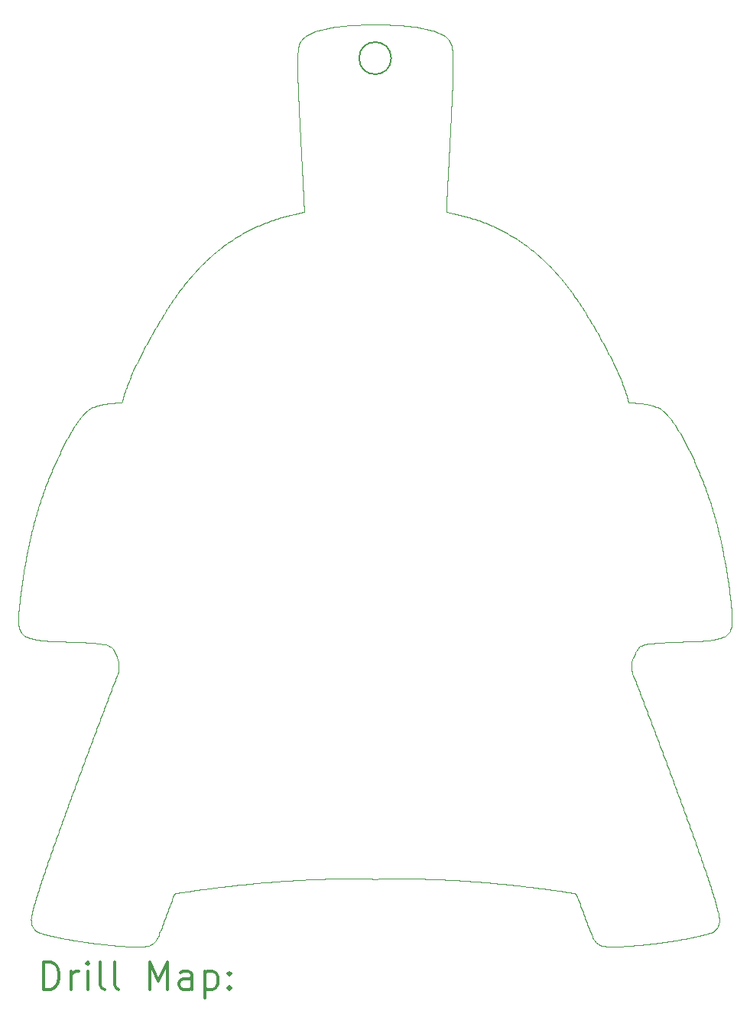
<source format=gbr>
%FSLAX45Y45*%
G04 Gerber Fmt 4.5, Leading zero omitted, Abs format (unit mm)*
G04 Created by KiCad (PCBNEW 5.1.2) date 2019-06-28 19:35:03*
%MOMM*%
%LPD*%
G04 APERTURE LIST*
%ADD10C,0.150000*%
%ADD11C,0.100000*%
%ADD12C,0.200000*%
%ADD13C,0.300000*%
G04 APERTURE END LIST*
D10*
X6121400Y-2565400D02*
G75*
G03X6121400Y-2565400I-177800J0D01*
G01*
D11*
X6007884Y-11644949D02*
X6027821Y-11644649D01*
X6027821Y-11644649D02*
X6047782Y-11644349D01*
X6047782Y-11644349D02*
X6067762Y-11644049D01*
X6067762Y-11644049D02*
X6087706Y-11643749D01*
X6087706Y-11643749D02*
X6107664Y-11643549D01*
X6107664Y-11643549D02*
X6127647Y-11643349D01*
X6127647Y-11643349D02*
X6147648Y-11643149D01*
X6147648Y-11643149D02*
X6167613Y-11642949D01*
X6167613Y-11642949D02*
X6187560Y-11642883D01*
X6187560Y-11642883D02*
X6207532Y-11642818D01*
X6207532Y-11642818D02*
X6227523Y-11642753D01*
X6227523Y-11642753D02*
X6247477Y-11642688D01*
X6247477Y-11642688D02*
X6267414Y-11642753D01*
X6267414Y-11642753D02*
X6287376Y-11642818D01*
X6287376Y-11642818D02*
X6307355Y-11642883D01*
X6307355Y-11642883D02*
X6327299Y-11642949D01*
X6327299Y-11642949D02*
X6347247Y-11643149D01*
X6347247Y-11643149D02*
X6367219Y-11643349D01*
X6367219Y-11643349D02*
X6387209Y-11643549D01*
X6387209Y-11643549D02*
X6407164Y-11643749D01*
X6407164Y-11643749D02*
X6427132Y-11644149D01*
X6427132Y-11644149D02*
X6447125Y-11644549D01*
X6447125Y-11644549D02*
X6467137Y-11644949D01*
X6467137Y-11644949D02*
X6487113Y-11645349D01*
X6487113Y-11645349D02*
X6507060Y-11645949D01*
X6507060Y-11645949D02*
X6527032Y-11646549D01*
X6527032Y-11646549D02*
X6547023Y-11647149D01*
X6547023Y-11647149D02*
X6566977Y-11647749D01*
X6566977Y-11647749D02*
X6586893Y-11648549D01*
X6586893Y-11648549D02*
X6606833Y-11649349D01*
X6606833Y-11649349D02*
X6626792Y-11650149D01*
X6626792Y-11650149D02*
X6646714Y-11650949D01*
X6646714Y-11650949D02*
X6666598Y-11651849D01*
X6666598Y-11651849D02*
X6686506Y-11652749D01*
X6686506Y-11652749D02*
X6706433Y-11653649D01*
X6706433Y-11653649D02*
X6726324Y-11654549D01*
X6726324Y-11654549D02*
X6746218Y-11655619D01*
X6746218Y-11655619D02*
X6766137Y-11656689D01*
X6766137Y-11656689D02*
X6786075Y-11657769D01*
X6786075Y-11657769D02*
X6805976Y-11658839D01*
X6805976Y-11658839D02*
X6825881Y-11660039D01*
X6825881Y-11660039D02*
X6845810Y-11661239D01*
X6845810Y-11661239D02*
X6865758Y-11662439D01*
X6865758Y-11662439D02*
X6885670Y-11663639D01*
X6885670Y-11663639D02*
X6905532Y-11664969D01*
X6905532Y-11664969D02*
X6925420Y-11666299D01*
X6925420Y-11666299D02*
X6945325Y-11667629D01*
X6945325Y-11667629D02*
X6965195Y-11668959D01*
X6965195Y-11668959D02*
X6985068Y-11670399D01*
X6985068Y-11670399D02*
X7004966Y-11671839D01*
X7004966Y-11671839D02*
X7024882Y-11673289D01*
X7024882Y-11673289D02*
X7044762Y-11674729D01*
X7044762Y-11674729D02*
X7064635Y-11676299D01*
X7064635Y-11676299D02*
X7084533Y-11677869D01*
X7084533Y-11677869D02*
X7104449Y-11679439D01*
X7104449Y-11679439D02*
X7124329Y-11681009D01*
X7124329Y-11681009D02*
X7144202Y-11682699D01*
X7144202Y-11682699D02*
X7164100Y-11684389D01*
X7164100Y-11684389D02*
X7184016Y-11686079D01*
X7184016Y-11686079D02*
X7203896Y-11687769D01*
X7203896Y-11687769D02*
X7223726Y-11689579D01*
X7223726Y-11689579D02*
X7243582Y-11691399D01*
X7243582Y-11691399D02*
X7263455Y-11693219D01*
X7263455Y-11693219D02*
X7283293Y-11695029D01*
X7283293Y-11695029D02*
X7303123Y-11696949D01*
X7303123Y-11696949D02*
X7322979Y-11698869D01*
X7322979Y-11698869D02*
X7342852Y-11700789D01*
X7342852Y-11700789D02*
X7362690Y-11702709D01*
X7362690Y-11702709D02*
X7382499Y-11704739D01*
X7382499Y-11704739D02*
X7402334Y-11706769D01*
X7402334Y-11706769D02*
X7422186Y-11708799D01*
X7422186Y-11708799D02*
X7442002Y-11710829D01*
X7442002Y-11710829D02*
X7461812Y-11712969D01*
X7461812Y-11712969D02*
X7481646Y-11715119D01*
X7481646Y-11715119D02*
X7501498Y-11717269D01*
X7501498Y-11717269D02*
X7521314Y-11719419D01*
X7521314Y-11719419D02*
X7541102Y-11721679D01*
X7541102Y-11721679D02*
X7560915Y-11723939D01*
X7560915Y-11723939D02*
X7580746Y-11726199D01*
X7580746Y-11726199D02*
X7600542Y-11728459D01*
X7600542Y-11728459D02*
X7620319Y-11730829D01*
X7620319Y-11730829D02*
X7640121Y-11733199D01*
X7640121Y-11733199D02*
X7659942Y-11735569D01*
X7659942Y-11735569D02*
X7679726Y-11737939D01*
X7679726Y-11737939D02*
X7699483Y-11740419D01*
X7699483Y-11740419D02*
X7719264Y-11742909D01*
X7719264Y-11742909D02*
X7739063Y-11745399D01*
X7739063Y-11745399D02*
X7758826Y-11747879D01*
X7758826Y-11747879D02*
X7778614Y-11750469D01*
X7778614Y-11750469D02*
X7798427Y-11753059D01*
X7798427Y-11753059D02*
X7818258Y-11755649D01*
X7818258Y-11755649D02*
X7838053Y-11758239D01*
X7838053Y-11758239D02*
X7857810Y-11760949D01*
X7857810Y-11760949D02*
X7877591Y-11763659D01*
X7877591Y-11763659D02*
X7897390Y-11766369D01*
X7897390Y-11766369D02*
X7917153Y-11769079D01*
X7917153Y-11769079D02*
X7938054Y-11772069D01*
X7938054Y-11772069D02*
X7958974Y-11775059D01*
X7958974Y-11775059D02*
X7979855Y-11778039D01*
X7979855Y-11778039D02*
X8000728Y-11781129D01*
X8000728Y-11781129D02*
X8021620Y-11784219D01*
X8021620Y-11784219D02*
X8042472Y-11787299D01*
X8042472Y-11787299D02*
X8063345Y-11790509D01*
X8063345Y-11790509D02*
X8084237Y-11793729D01*
X8084237Y-11793729D02*
X8105089Y-11796939D01*
X8105089Y-11796939D02*
X8125820Y-11800549D01*
X8125820Y-11800549D02*
X8146571Y-11804159D01*
X8146571Y-11804159D02*
X8167282Y-11807769D01*
X8167282Y-11807769D02*
X8174708Y-11827219D01*
X8174708Y-11827219D02*
X8182152Y-11846715D01*
X8182152Y-11846715D02*
X8189584Y-11866180D01*
X8189584Y-11866180D02*
X8196869Y-11885687D01*
X8196869Y-11885687D02*
X8204171Y-11905240D01*
X8204171Y-11905240D02*
X8211461Y-11924761D01*
X8211461Y-11924761D02*
X8218704Y-11944240D01*
X8218704Y-11944240D02*
X8225964Y-11963765D01*
X8225964Y-11963765D02*
X8233212Y-11983258D01*
X8233212Y-11983258D02*
X8239313Y-11999682D01*
X8239313Y-11999682D02*
X8245422Y-12016128D01*
X8245422Y-12016128D02*
X8251536Y-12032588D01*
X8251536Y-12032588D02*
X8257639Y-12049018D01*
X8257639Y-12049018D02*
X8263772Y-12065411D01*
X8263772Y-12065411D02*
X8269912Y-12081825D01*
X8269912Y-12081825D02*
X8276058Y-12098253D01*
X8276058Y-12098253D02*
X8282193Y-12114652D01*
X8282193Y-12114652D02*
X8288411Y-12131023D01*
X8288411Y-12131023D02*
X8294636Y-12147415D01*
X8294636Y-12147415D02*
X8300867Y-12163822D01*
X8300867Y-12163822D02*
X8307087Y-12180200D01*
X8307087Y-12180200D02*
X8313506Y-12196487D01*
X8313506Y-12196487D02*
X8319933Y-12212794D01*
X8319933Y-12212794D02*
X8326366Y-12229116D01*
X8326366Y-12229116D02*
X8332787Y-12245408D01*
X8332787Y-12245408D02*
X8340604Y-12263781D01*
X8340604Y-12263781D02*
X8348421Y-12282155D01*
X8348421Y-12282155D02*
X8354920Y-12295748D01*
X8354920Y-12295748D02*
X8361420Y-12309342D01*
X8361420Y-12309342D02*
X8367176Y-12319389D01*
X8367176Y-12319389D02*
X8372932Y-12329436D01*
X8372932Y-12329436D02*
X8383594Y-12343540D01*
X8383594Y-12343540D02*
X8394257Y-12353820D01*
X8394257Y-12353820D02*
X8405982Y-12362360D01*
X8405982Y-12362360D02*
X8419661Y-12370560D01*
X8419661Y-12370560D02*
X8434317Y-12377360D01*
X8434317Y-12377360D02*
X8450629Y-12382840D01*
X8450629Y-12382840D02*
X8469321Y-12387130D01*
X8469321Y-12387130D02*
X8484551Y-12389170D01*
X8484551Y-12389170D02*
X8499780Y-12391210D01*
X8499780Y-12391210D02*
X8518684Y-12392380D01*
X8518684Y-12392380D02*
X8537588Y-12393550D01*
X8537588Y-12393550D02*
X8554713Y-12393750D01*
X8554713Y-12393750D02*
X8571859Y-12393950D01*
X8571859Y-12393950D02*
X8589021Y-12394150D01*
X8589021Y-12394150D02*
X8606153Y-12394350D01*
X8606153Y-12394350D02*
X8625675Y-12393750D01*
X8625675Y-12393750D02*
X8645223Y-12393150D01*
X8645223Y-12393150D02*
X8664788Y-12392550D01*
X8664788Y-12392550D02*
X8684318Y-12391950D01*
X8684318Y-12391950D02*
X8703788Y-12390780D01*
X8703788Y-12390780D02*
X8723282Y-12389610D01*
X8723282Y-12389610D02*
X8742794Y-12388440D01*
X8742794Y-12388440D02*
X8762271Y-12387270D01*
X8762271Y-12387270D02*
X8781708Y-12385680D01*
X8781708Y-12385680D02*
X8801171Y-12384090D01*
X8801171Y-12384090D02*
X8820651Y-12382500D01*
X8820651Y-12382500D02*
X8840096Y-12380910D01*
X8840096Y-12380910D02*
X8859502Y-12379010D01*
X8859502Y-12379010D02*
X8878932Y-12377110D01*
X8878932Y-12377110D02*
X8898381Y-12375210D01*
X8898381Y-12375210D02*
X8917794Y-12373310D01*
X8917794Y-12373310D02*
X8937178Y-12371150D01*
X8937178Y-12371150D02*
X8956588Y-12368980D01*
X8956588Y-12368980D02*
X8976015Y-12366810D01*
X8976015Y-12366810D02*
X8995407Y-12364640D01*
X8995407Y-12364640D02*
X9014781Y-12362230D01*
X9014781Y-12362230D02*
X9034179Y-12359820D01*
X9034179Y-12359820D02*
X9053596Y-12357410D01*
X9053596Y-12357410D02*
X9072977Y-12355000D01*
X9072977Y-12355000D02*
X9092320Y-12352370D01*
X9092320Y-12352370D02*
X9111686Y-12349740D01*
X9111686Y-12349740D02*
X9131071Y-12347100D01*
X9131071Y-12347100D02*
X9150420Y-12344470D01*
X9150420Y-12344470D02*
X9169741Y-12341590D01*
X9169741Y-12341590D02*
X9189087Y-12338710D01*
X9189087Y-12338710D02*
X9208450Y-12335830D01*
X9208450Y-12335830D02*
X9227778Y-12332950D01*
X9227778Y-12332950D02*
X9247057Y-12329850D01*
X9247057Y-12329850D02*
X9266360Y-12326750D01*
X9266360Y-12326750D02*
X9285680Y-12323640D01*
X9285680Y-12323640D02*
X9304966Y-12320540D01*
X9304966Y-12320540D02*
X9324160Y-12317170D01*
X9324160Y-12317170D02*
X9343378Y-12313790D01*
X9343378Y-12313790D02*
X9362613Y-12310410D01*
X9362613Y-12310410D02*
X9381814Y-12307040D01*
X9381814Y-12307040D02*
X9400966Y-12303340D01*
X9400966Y-12303340D02*
X9420141Y-12299630D01*
X9420141Y-12299630D02*
X9439334Y-12295920D01*
X9439334Y-12295920D02*
X9458492Y-12292220D01*
X9458492Y-12292220D02*
X9477591Y-12288080D01*
X9477591Y-12288080D02*
X9496713Y-12283940D01*
X9496713Y-12283940D02*
X9515853Y-12279790D01*
X9515853Y-12279790D02*
X9534959Y-12275650D01*
X9534959Y-12275650D02*
X9552794Y-12271220D01*
X9552794Y-12271220D02*
X9570652Y-12266780D01*
X9570652Y-12266780D02*
X9588527Y-12262340D01*
X9588527Y-12262340D02*
X9606369Y-12257900D01*
X9606369Y-12257900D02*
X9626123Y-12251870D01*
X9626123Y-12251870D02*
X9645877Y-12245840D01*
X9645877Y-12245840D02*
X9660894Y-12239770D01*
X9660894Y-12239770D02*
X9675911Y-12233700D01*
X9675911Y-12233700D02*
X9693668Y-12223840D01*
X9693668Y-12223840D02*
X9708154Y-12212965D01*
X9708154Y-12212965D02*
X9720303Y-12200603D01*
X9720303Y-12200603D02*
X9731051Y-12186415D01*
X9731051Y-12186415D02*
X9737461Y-12175454D01*
X9737461Y-12175454D02*
X9742981Y-12162923D01*
X9742981Y-12162923D02*
X9747101Y-12148755D01*
X9747101Y-12148755D02*
X9751221Y-12134588D01*
X9751221Y-12134588D02*
X9753071Y-12120378D01*
X9753071Y-12120378D02*
X9754921Y-12106168D01*
X9754921Y-12106168D02*
X9755121Y-12092277D01*
X9755121Y-12092277D02*
X9754101Y-12079023D01*
X9754101Y-12079023D02*
X9751471Y-12064027D01*
X9751471Y-12064027D02*
X9748841Y-12049031D01*
X9748841Y-12049031D02*
X9744271Y-12029022D01*
X9744271Y-12029022D02*
X9739701Y-12009014D01*
X9739701Y-12009014D02*
X9735161Y-11991751D01*
X9735161Y-11991751D02*
X9730611Y-11974466D01*
X9730611Y-11974466D02*
X9726061Y-11957166D01*
X9726061Y-11957166D02*
X9721521Y-11939897D01*
X9721521Y-11939897D02*
X9716591Y-11922730D01*
X9716591Y-11922730D02*
X9711651Y-11905541D01*
X9711651Y-11905541D02*
X9706711Y-11888336D01*
X9706711Y-11888336D02*
X9701771Y-11871162D01*
X9701771Y-11871162D02*
X9696591Y-11854070D01*
X9696591Y-11854070D02*
X9691401Y-11836955D01*
X9691401Y-11836955D02*
X9686211Y-11819825D01*
X9686211Y-11819825D02*
X9681031Y-11802726D01*
X9681031Y-11802726D02*
X9675661Y-11785675D01*
X9675661Y-11785675D02*
X9670281Y-11768603D01*
X9670281Y-11768603D02*
X9664901Y-11751515D01*
X9664901Y-11751515D02*
X9659531Y-11734459D01*
X9659531Y-11734459D02*
X9654001Y-11717461D01*
X9654001Y-11717461D02*
X9648461Y-11700442D01*
X9648461Y-11700442D02*
X9642921Y-11683408D01*
X9642921Y-11683408D02*
X9637391Y-11666404D01*
X9637391Y-11666404D02*
X9631731Y-11649470D01*
X9631731Y-11649470D02*
X9626071Y-11632515D01*
X9626071Y-11632515D02*
X9620401Y-11615544D01*
X9620401Y-11615544D02*
X9614741Y-11598604D01*
X9614741Y-11598604D02*
X9608301Y-11579728D01*
X9608301Y-11579728D02*
X9601851Y-11560829D01*
X9601851Y-11560829D02*
X9595401Y-11541913D01*
X9595401Y-11541913D02*
X9588961Y-11523030D01*
X9588961Y-11523030D02*
X9582441Y-11504197D01*
X9582441Y-11504197D02*
X9575921Y-11485341D01*
X9575921Y-11485341D02*
X9569391Y-11466467D01*
X9569391Y-11466467D02*
X9562871Y-11447626D01*
X9562871Y-11447626D02*
X9556291Y-11428793D01*
X9556291Y-11428793D02*
X9549701Y-11409937D01*
X9549701Y-11409937D02*
X9543111Y-11391063D01*
X9543111Y-11391063D02*
X9536531Y-11372222D01*
X9536531Y-11372222D02*
X9529911Y-11353442D01*
X9529911Y-11353442D02*
X9523281Y-11334639D01*
X9523281Y-11334639D02*
X9516641Y-11315818D01*
X9516641Y-11315818D02*
X9510021Y-11297031D01*
X9510021Y-11297031D02*
X9503351Y-11278240D01*
X9503351Y-11278240D02*
X9496671Y-11259426D01*
X9496671Y-11259426D02*
X9489981Y-11240595D01*
X9489981Y-11240595D02*
X9483301Y-11221797D01*
X9483301Y-11221797D02*
X9476591Y-11203038D01*
X9476591Y-11203038D02*
X9469881Y-11184256D01*
X9469881Y-11184256D02*
X9463161Y-11165456D01*
X9463161Y-11165456D02*
X9456451Y-11146690D01*
X9456451Y-11146690D02*
X9449711Y-11127910D01*
X9449711Y-11127910D02*
X9442965Y-11109107D01*
X9442965Y-11109107D02*
X9436213Y-11090286D01*
X9436213Y-11090286D02*
X9429473Y-11071499D01*
X9429473Y-11071499D02*
X9422693Y-11052730D01*
X9422693Y-11052730D02*
X9415904Y-11033936D01*
X9415904Y-11033936D02*
X9409110Y-11015126D01*
X9409110Y-11015126D02*
X9402328Y-10996350D01*
X9402328Y-10996350D02*
X9395537Y-10977612D01*
X9395537Y-10977612D02*
X9388738Y-10958851D01*
X9388738Y-10958851D02*
X9381933Y-10940073D01*
X9381933Y-10940073D02*
X9375140Y-10921328D01*
X9375140Y-10921328D02*
X9368318Y-10902612D01*
X9368318Y-10902612D02*
X9361487Y-10883872D01*
X9361487Y-10883872D02*
X9354650Y-10865115D01*
X9354650Y-10865115D02*
X9347825Y-10846392D01*
X9347825Y-10846392D02*
X9340982Y-10827676D01*
X9340982Y-10827676D02*
X9334130Y-10808936D01*
X9334130Y-10808936D02*
X9327272Y-10790179D01*
X9327272Y-10790179D02*
X9320426Y-10771455D01*
X9320426Y-10771455D02*
X9313572Y-10752750D01*
X9313572Y-10752750D02*
X9306709Y-10734020D01*
X9306709Y-10734020D02*
X9299840Y-10715274D01*
X9299840Y-10715274D02*
X9292983Y-10696561D01*
X9292983Y-10696561D02*
X9286097Y-10677866D01*
X9286097Y-10677866D02*
X9279202Y-10659147D01*
X9279202Y-10659147D02*
X9272301Y-10640412D01*
X9272301Y-10640412D02*
X9265412Y-10621710D01*
X9265412Y-10621710D02*
X9258515Y-10603025D01*
X9258515Y-10603025D02*
X9251610Y-10584317D01*
X9251610Y-10584317D02*
X9244698Y-10565592D01*
X9244698Y-10565592D02*
X9237799Y-10546900D01*
X9237799Y-10546900D02*
X9230871Y-10528195D01*
X9230871Y-10528195D02*
X9223934Y-10509465D01*
X9223934Y-10509465D02*
X9216990Y-10490719D01*
X9216990Y-10490719D02*
X9210059Y-10472006D01*
X9210059Y-10472006D02*
X9203109Y-10453301D01*
X9203109Y-10453301D02*
X9196150Y-10434571D01*
X9196150Y-10434571D02*
X9189185Y-10415825D01*
X9189185Y-10415825D02*
X9182233Y-10397112D01*
X9182233Y-10397112D02*
X9175273Y-10378449D01*
X9175273Y-10378449D02*
X9168304Y-10359762D01*
X9168304Y-10359762D02*
X9161329Y-10341058D01*
X9161329Y-10341058D02*
X9154366Y-10322388D01*
X9154366Y-10322388D02*
X9147385Y-10303693D01*
X9147385Y-10303693D02*
X9140395Y-10284974D01*
X9140395Y-10284974D02*
X9133398Y-10266238D01*
X9133398Y-10266238D02*
X9126414Y-10247536D01*
X9126414Y-10247536D02*
X9119422Y-10228873D01*
X9119422Y-10228873D02*
X9112421Y-10210186D01*
X9112421Y-10210186D02*
X9105414Y-10191482D01*
X9105414Y-10191482D02*
X9098419Y-10172812D01*
X9098419Y-10172812D02*
X9091395Y-10154128D01*
X9091395Y-10154128D02*
X9084362Y-10135420D01*
X9084362Y-10135420D02*
X9077323Y-10116694D01*
X9077323Y-10116694D02*
X9070297Y-10098003D01*
X9070297Y-10098003D02*
X9063273Y-10079350D01*
X9063273Y-10079350D02*
X9056240Y-10060674D01*
X9056240Y-10060674D02*
X9049201Y-10041981D01*
X9049201Y-10041981D02*
X9042175Y-10023321D01*
X9042175Y-10023321D02*
X9035130Y-10004669D01*
X9035130Y-10004669D02*
X9028076Y-9985992D01*
X9028076Y-9985992D02*
X9021015Y-9967299D01*
X9021015Y-9967299D02*
X9013967Y-9948640D01*
X9013967Y-9948640D02*
X9006901Y-9929997D01*
X9006901Y-9929997D02*
X8999826Y-9911332D01*
X8999826Y-9911332D02*
X8992744Y-9892649D01*
X8992744Y-9892649D02*
X8985675Y-9874000D01*
X8985675Y-9874000D02*
X8978608Y-9855380D01*
X8978608Y-9855380D02*
X8971533Y-9836735D01*
X8971533Y-9836735D02*
X8964451Y-9818074D01*
X8964451Y-9818074D02*
X8957382Y-9799446D01*
X8957382Y-9799446D02*
X8950284Y-9780814D01*
X8950284Y-9780814D02*
X8943177Y-9762160D01*
X8943177Y-9762160D02*
X8936063Y-9743488D01*
X8936063Y-9743488D02*
X8928962Y-9724849D01*
X8928962Y-9724849D02*
X8921842Y-9706207D01*
X8921842Y-9706207D02*
X8914713Y-9687542D01*
X8914713Y-9687542D02*
X8907578Y-9668859D01*
X8907578Y-9668859D02*
X8900456Y-9650210D01*
X8900456Y-9650210D02*
X8893337Y-9631611D01*
X8893337Y-9631611D02*
X8886209Y-9612987D01*
X8886209Y-9612987D02*
X8879074Y-9594347D01*
X8879074Y-9594347D02*
X8871952Y-9575741D01*
X8871952Y-9575741D02*
X8864801Y-9557120D01*
X8864801Y-9557120D02*
X8857641Y-9538476D01*
X8857641Y-9538476D02*
X8850474Y-9519814D01*
X8850474Y-9519814D02*
X8843320Y-9501186D01*
X8843320Y-9501186D02*
X8836474Y-9483377D01*
X8836474Y-9483377D02*
X8829611Y-9465526D01*
X8829611Y-9465526D02*
X8822759Y-9447703D01*
X8822759Y-9447703D02*
X8815898Y-9429851D01*
X8815898Y-9429851D02*
X8809021Y-9411957D01*
X8809021Y-9411957D02*
X8802155Y-9394092D01*
X8802155Y-9394092D02*
X8795295Y-9376268D01*
X8795295Y-9376268D02*
X8788418Y-9358402D01*
X8788418Y-9358402D02*
X8781552Y-9340566D01*
X8781552Y-9340566D02*
X8781567Y-9325571D01*
X8781567Y-9325571D02*
X8781581Y-9310541D01*
X8781581Y-9310541D02*
X8781596Y-9295536D01*
X8781596Y-9295536D02*
X8782166Y-9280965D01*
X8782166Y-9280965D02*
X8782736Y-9266394D01*
X8782736Y-9266394D02*
X8784689Y-9252991D01*
X8784689Y-9252991D02*
X8786644Y-9239588D01*
X8786644Y-9239588D02*
X8790106Y-9226780D01*
X8790106Y-9226780D02*
X8793568Y-9213972D01*
X8793568Y-9213972D02*
X8798942Y-9200102D01*
X8798942Y-9200102D02*
X8804316Y-9186232D01*
X8804316Y-9186232D02*
X8812535Y-9169371D01*
X8812535Y-9169371D02*
X8820773Y-9152469D01*
X8820773Y-9152469D02*
X8828998Y-9135595D01*
X8828998Y-9135595D02*
X8838790Y-9118368D01*
X8838790Y-9118368D02*
X8848582Y-9101142D01*
X8848582Y-9101142D02*
X8857461Y-9089163D01*
X8857461Y-9089163D02*
X8866765Y-9079775D01*
X8866765Y-9079775D02*
X8877979Y-9072001D01*
X8877979Y-9072001D02*
X8891446Y-9065671D01*
X8891446Y-9065671D02*
X8908183Y-9060063D01*
X8908183Y-9060063D02*
X8929084Y-9054371D01*
X8929084Y-9054371D02*
X8946629Y-9050463D01*
X8946629Y-9050463D02*
X8964173Y-9046555D01*
X8964173Y-9046555D02*
X8985032Y-9043411D01*
X8985032Y-9043411D02*
X9005890Y-9040267D01*
X9005890Y-9040267D02*
X9025360Y-9038527D01*
X9025360Y-9038527D02*
X9044854Y-9036785D01*
X9044854Y-9036785D02*
X9064366Y-9035041D01*
X9064366Y-9035041D02*
X9083843Y-9033301D01*
X9083843Y-9033301D02*
X9103355Y-9032198D01*
X9103355Y-9032198D02*
X9122892Y-9031093D01*
X9122892Y-9031093D02*
X9142446Y-9029988D01*
X9142446Y-9029988D02*
X9161965Y-9028885D01*
X9161965Y-9028885D02*
X9181467Y-9028025D01*
X9181467Y-9028025D02*
X9200993Y-9027165D01*
X9200993Y-9027165D02*
X9220537Y-9026305D01*
X9220537Y-9026305D02*
X9240046Y-9025445D01*
X9240046Y-9025445D02*
X9259558Y-9024705D01*
X9259558Y-9024705D02*
X9279094Y-9023965D01*
X9279094Y-9023965D02*
X9298649Y-9023225D01*
X9298649Y-9023225D02*
X9318168Y-9022485D01*
X9318168Y-9022485D02*
X9337670Y-9021795D01*
X9337670Y-9021795D02*
X9357196Y-9021105D01*
X9357196Y-9021105D02*
X9376740Y-9020415D01*
X9376740Y-9020415D02*
X9396249Y-9019725D01*
X9396249Y-9019725D02*
X9415771Y-9019065D01*
X9415771Y-9019065D02*
X9435319Y-9018405D01*
X9435319Y-9018405D02*
X9454884Y-9017745D01*
X9454884Y-9017745D02*
X9474414Y-9017085D01*
X9474414Y-9017085D02*
X9491857Y-9016395D01*
X9491857Y-9016395D02*
X9509322Y-9015705D01*
X9509322Y-9015705D02*
X9526803Y-9015015D01*
X9526803Y-9015015D02*
X9544253Y-9014325D01*
X9544253Y-9014325D02*
X9561653Y-9013200D01*
X9561653Y-9013200D02*
X9579076Y-9012073D01*
X9579076Y-9012073D02*
X9596514Y-9010946D01*
X9596514Y-9010946D02*
X9613922Y-9009821D01*
X9613922Y-9009821D02*
X9632231Y-9007953D01*
X9632231Y-9007953D02*
X9650540Y-9006085D01*
X9650540Y-9006085D02*
X9666874Y-9003749D01*
X9666874Y-9003749D02*
X9683208Y-9001413D01*
X9683208Y-9001413D02*
X9700286Y-8998121D01*
X9700286Y-8998121D02*
X9717363Y-8994829D01*
X9717363Y-8994829D02*
X9734377Y-8990687D01*
X9734377Y-8990687D02*
X9751390Y-8986545D01*
X9751390Y-8986545D02*
X9768085Y-8981192D01*
X9768085Y-8981192D02*
X9784781Y-8975840D01*
X9784781Y-8975840D02*
X9798820Y-8969213D01*
X9798820Y-8969213D02*
X9812860Y-8962586D01*
X9812860Y-8962586D02*
X9826879Y-8953622D01*
X9826879Y-8953622D02*
X9839709Y-8943554D01*
X9839709Y-8943554D02*
X9851518Y-8932211D01*
X9851518Y-8932211D02*
X9862478Y-8919552D01*
X9862478Y-8919552D02*
X9871098Y-8907020D01*
X9871098Y-8907020D02*
X9878408Y-8892874D01*
X9878408Y-8892874D02*
X9884358Y-8876688D01*
X9884358Y-8876688D02*
X9888948Y-8858167D01*
X9888948Y-8858167D02*
X9891068Y-8842958D01*
X9891068Y-8842958D02*
X9893198Y-8827750D01*
X9893198Y-8827750D02*
X9894098Y-8809441D01*
X9894098Y-8809441D02*
X9894998Y-8791132D01*
X9894998Y-8791132D02*
X9894598Y-8774293D01*
X9894598Y-8774293D02*
X9894198Y-8757434D01*
X9894198Y-8757434D02*
X9893798Y-8740559D01*
X9893798Y-8740559D02*
X9893398Y-8723714D01*
X9893398Y-8723714D02*
X9892158Y-8706897D01*
X9892158Y-8706897D02*
X9890918Y-8690059D01*
X9890918Y-8690059D02*
X9889678Y-8673205D01*
X9889678Y-8673205D02*
X9888438Y-8656382D01*
X9888438Y-8656382D02*
X9886788Y-8639607D01*
X9886788Y-8639607D02*
X9885128Y-8622811D01*
X9885128Y-8622811D02*
X9883468Y-8606000D01*
X9883468Y-8606000D02*
X9881808Y-8589219D01*
X9881808Y-8589219D02*
X9879518Y-8569028D01*
X9879518Y-8569028D02*
X9877228Y-8548811D01*
X9877228Y-8548811D02*
X9874928Y-8528576D01*
X9874928Y-8528576D02*
X9872638Y-8508378D01*
X9872638Y-8508378D02*
X9870068Y-8488186D01*
X9870068Y-8488186D02*
X9867498Y-8467970D01*
X9867498Y-8467970D02*
X9864928Y-8447735D01*
X9864928Y-8447735D02*
X9862358Y-8427536D01*
X9862358Y-8427536D02*
X9859518Y-8407377D01*
X9859518Y-8407377D02*
X9856668Y-8387192D01*
X9856668Y-8387192D02*
X9853818Y-8366989D01*
X9853818Y-8366989D02*
X9850978Y-8346822D01*
X9850978Y-8346822D02*
X9847878Y-8326726D01*
X9847878Y-8326726D02*
X9844778Y-8306605D01*
X9844778Y-8306605D02*
X9841668Y-8286466D01*
X9841668Y-8286466D02*
X9838568Y-8266363D01*
X9838568Y-8266363D02*
X9835208Y-8246299D01*
X9835208Y-8246299D02*
X9831838Y-8226210D01*
X9831838Y-8226210D02*
X9828468Y-8206102D01*
X9828468Y-8206102D02*
X9825108Y-8186031D01*
X9825108Y-8186031D02*
X9821488Y-8165999D01*
X9821488Y-8165999D02*
X9817868Y-8145942D01*
X9817868Y-8145942D02*
X9814238Y-8125866D01*
X9814238Y-8125866D02*
X9810618Y-8105827D01*
X9810618Y-8105827D02*
X9806748Y-8085869D01*
X9806748Y-8085869D02*
X9802868Y-8065886D01*
X9802868Y-8065886D02*
X9798988Y-8045885D01*
X9798988Y-8045885D02*
X9795118Y-8025920D01*
X9795118Y-8025920D02*
X9790968Y-8005994D01*
X9790968Y-8005994D02*
X9786818Y-7986043D01*
X9786818Y-7986043D02*
X9782658Y-7966074D01*
X9782658Y-7966074D02*
X9778508Y-7946141D01*
X9778508Y-7946141D02*
X9774098Y-7926279D01*
X9774098Y-7926279D02*
X9769678Y-7906391D01*
X9769678Y-7906391D02*
X9765258Y-7886486D01*
X9765258Y-7886486D02*
X9760838Y-7866616D01*
X9760838Y-7866616D02*
X9756128Y-7846828D01*
X9756128Y-7846828D02*
X9751408Y-7827015D01*
X9751408Y-7827015D02*
X9746688Y-7807184D01*
X9746688Y-7807184D02*
X9741978Y-7787389D01*
X9741978Y-7787389D02*
X9736968Y-7767665D01*
X9736968Y-7767665D02*
X9731958Y-7747915D01*
X9731958Y-7747915D02*
X9726938Y-7728148D01*
X9726938Y-7728148D02*
X9721928Y-7708417D01*
X9721928Y-7708417D02*
X9716578Y-7688777D01*
X9716578Y-7688777D02*
X9711218Y-7669113D01*
X9711218Y-7669113D02*
X9705858Y-7649431D01*
X9705858Y-7649431D02*
X9700508Y-7629784D01*
X9700508Y-7629784D02*
X9694788Y-7610262D01*
X9694788Y-7610262D02*
X9689058Y-7590714D01*
X9689058Y-7590714D02*
X9683328Y-7571149D01*
X9683328Y-7571149D02*
X9677608Y-7551619D01*
X9677608Y-7551619D02*
X9671488Y-7532213D01*
X9671488Y-7532213D02*
X9665358Y-7512783D01*
X9665358Y-7512783D02*
X9659218Y-7493334D01*
X9659218Y-7493334D02*
X9653098Y-7473921D01*
X9653098Y-7473921D02*
X9646498Y-7454674D01*
X9646498Y-7454674D02*
X9639888Y-7435403D01*
X9639888Y-7435403D02*
X9633278Y-7416114D01*
X9633278Y-7416114D02*
X9626678Y-7396860D01*
X9626678Y-7396860D02*
X9620268Y-7379247D01*
X9620268Y-7379247D02*
X9613848Y-7361613D01*
X9613848Y-7361613D02*
X9607428Y-7343961D01*
X9607428Y-7343961D02*
X9601018Y-7326342D01*
X9601018Y-7326342D02*
X9594398Y-7308814D01*
X9594398Y-7308814D02*
X9587768Y-7291264D01*
X9587768Y-7291264D02*
X9581138Y-7273698D01*
X9581138Y-7273698D02*
X9574518Y-7256163D01*
X9574518Y-7256163D02*
X9567638Y-7238731D01*
X9567638Y-7238731D02*
X9560758Y-7221276D01*
X9560758Y-7221276D02*
X9553868Y-7203806D01*
X9553868Y-7203806D02*
X9546988Y-7186367D01*
X9546988Y-7186367D02*
X9539838Y-7169062D01*
X9539838Y-7169062D02*
X9532678Y-7151735D01*
X9532678Y-7151735D02*
X9525508Y-7134392D01*
X9525508Y-7134392D02*
X9518358Y-7117080D01*
X9518358Y-7117080D02*
X9510898Y-7099913D01*
X9510898Y-7099913D02*
X9503428Y-7082724D01*
X9503428Y-7082724D02*
X9495948Y-7065520D01*
X9495948Y-7065520D02*
X9488488Y-7048346D01*
X9488488Y-7048346D02*
X9480708Y-7031349D01*
X9480708Y-7031349D02*
X9472918Y-7014330D01*
X9472918Y-7014330D02*
X9465128Y-6997295D01*
X9465128Y-6997295D02*
X9457348Y-6980291D01*
X9457348Y-6980291D02*
X9449288Y-6963410D01*
X9449288Y-6963410D02*
X9441214Y-6946508D01*
X9441214Y-6946508D02*
X9433133Y-6929591D01*
X9433133Y-6929591D02*
X9425066Y-6912704D01*
X9425066Y-6912704D02*
X9416801Y-6896173D01*
X9416801Y-6896173D02*
X9408525Y-6879622D01*
X9408525Y-6879622D02*
X9400242Y-6863055D01*
X9400242Y-6863055D02*
X9391974Y-6846518D01*
X9391974Y-6846518D02*
X9383369Y-6830189D01*
X9383369Y-6830189D02*
X9374753Y-6813840D01*
X9374753Y-6813840D02*
X9366129Y-6797475D01*
X9366129Y-6797475D02*
X9357521Y-6781140D01*
X9357521Y-6781140D02*
X9348492Y-6765023D01*
X9348492Y-6765023D02*
X9339451Y-6748886D01*
X9339451Y-6748886D02*
X9330402Y-6732734D01*
X9330402Y-6732734D02*
X9321369Y-6716611D01*
X9321369Y-6716611D02*
X9311799Y-6700813D01*
X9311799Y-6700813D02*
X9302217Y-6684994D01*
X9302217Y-6684994D02*
X9292626Y-6669161D01*
X9292626Y-6669161D02*
X9283052Y-6653357D01*
X9283052Y-6653357D02*
X9272803Y-6638036D01*
X9272803Y-6638036D02*
X9262540Y-6622696D01*
X9262540Y-6622696D02*
X9252269Y-6607341D01*
X9252269Y-6607341D02*
X9242015Y-6592014D01*
X9242015Y-6592014D02*
X9230652Y-6576615D01*
X9230652Y-6576615D02*
X9219288Y-6561215D01*
X9219288Y-6561215D02*
X9208158Y-6547324D01*
X9208158Y-6547324D02*
X9197028Y-6533433D01*
X9197028Y-6533433D02*
X9184199Y-6518947D01*
X9184199Y-6518947D02*
X9171369Y-6504461D01*
X9171369Y-6504461D02*
X9158859Y-6492099D01*
X9158859Y-6492099D02*
X9146348Y-6479737D01*
X9146348Y-6479737D02*
X9131182Y-6467247D01*
X9131182Y-6467247D02*
X9116016Y-6454758D01*
X9116016Y-6454758D02*
X9101276Y-6444732D01*
X9101276Y-6444732D02*
X9086747Y-6436363D01*
X9086747Y-6436363D02*
X9072091Y-6429736D01*
X9072091Y-6429736D02*
X9057435Y-6423109D01*
X9057435Y-6423109D02*
X9040124Y-6417119D01*
X9040124Y-6417119D02*
X9022813Y-6411129D01*
X9022813Y-6411129D02*
X9006713Y-6406732D01*
X9006713Y-6406732D02*
X8990612Y-6402335D01*
X8990612Y-6402335D02*
X8973301Y-6398490D01*
X8973301Y-6398490D02*
X8955990Y-6394646D01*
X8955990Y-6394646D02*
X8939253Y-6391693D01*
X8939253Y-6391693D02*
X8922515Y-6388741D01*
X8922515Y-6388741D02*
X8905204Y-6386383D01*
X8905204Y-6386383D02*
X8887893Y-6384026D01*
X8887893Y-6384026D02*
X8870816Y-6382369D01*
X8870816Y-6382369D02*
X8853738Y-6380712D01*
X8853738Y-6380712D02*
X8836534Y-6379672D01*
X8836534Y-6379672D02*
X8819329Y-6378630D01*
X8819329Y-6378630D02*
X8802214Y-6377950D01*
X8802214Y-6377950D02*
X8785079Y-6377270D01*
X8785079Y-6377270D02*
X8767927Y-6376590D01*
X8767927Y-6376590D02*
X8750807Y-6375910D01*
X8750807Y-6375910D02*
X8747175Y-6362869D01*
X8747175Y-6362869D02*
X8743543Y-6349827D01*
X8743543Y-6349827D02*
X8738493Y-6333371D01*
X8738493Y-6333371D02*
X8733436Y-6316894D01*
X8733436Y-6316894D02*
X8728375Y-6300401D01*
X8728375Y-6300401D02*
X8723323Y-6283939D01*
X8723323Y-6283939D02*
X8717795Y-6267610D01*
X8717795Y-6267610D02*
X8712260Y-6251260D01*
X8712260Y-6251260D02*
X8706720Y-6234896D01*
X8706720Y-6234896D02*
X8701190Y-6218561D01*
X8701190Y-6218561D02*
X8695238Y-6202401D01*
X8695238Y-6202401D02*
X8689278Y-6186222D01*
X8689278Y-6186222D02*
X8683313Y-6170027D01*
X8683313Y-6170027D02*
X8677358Y-6153862D01*
X8677358Y-6153862D02*
X8669591Y-6135093D01*
X8669591Y-6135093D02*
X8661814Y-6116299D01*
X8661814Y-6116299D02*
X8654030Y-6097489D01*
X8654030Y-6097489D02*
X8646261Y-6078713D01*
X8646261Y-6078713D02*
X8637943Y-6060166D01*
X8637943Y-6060166D02*
X8629614Y-6041596D01*
X8629614Y-6041596D02*
X8621277Y-6023010D01*
X8621277Y-6023010D02*
X8612956Y-6004456D01*
X8612956Y-6004456D02*
X8604245Y-5986100D01*
X8604245Y-5986100D02*
X8595523Y-5967722D01*
X8595523Y-5967722D02*
X8586793Y-5949326D01*
X8586793Y-5949326D02*
X8578079Y-5930964D01*
X8578079Y-5930964D02*
X8569039Y-5912757D01*
X8569039Y-5912757D02*
X8559988Y-5894527D01*
X8559988Y-5894527D02*
X8550928Y-5876280D01*
X8550928Y-5876280D02*
X8541885Y-5858066D01*
X8541885Y-5858066D02*
X8532580Y-5840018D01*
X8532580Y-5840018D02*
X8523263Y-5821948D01*
X8523263Y-5821948D02*
X8513938Y-5803860D01*
X8513938Y-5803860D02*
X8504629Y-5785806D01*
X8504629Y-5785806D02*
X8495069Y-5767875D01*
X8495069Y-5767875D02*
X8485497Y-5749921D01*
X8485497Y-5749921D02*
X8475916Y-5731951D01*
X8475916Y-5731951D02*
X8466353Y-5714013D01*
X8466353Y-5714013D02*
X8456549Y-5696209D01*
X8456549Y-5696209D02*
X8446733Y-5678383D01*
X8446733Y-5678383D02*
X8436908Y-5660540D01*
X8436908Y-5660540D02*
X8427101Y-5642730D01*
X8427101Y-5642730D02*
X8417095Y-5625074D01*
X8417095Y-5625074D02*
X8407077Y-5607397D01*
X8407077Y-5607397D02*
X8397050Y-5589703D01*
X8397050Y-5589703D02*
X8387041Y-5572041D01*
X8387041Y-5572041D02*
X8376791Y-5554503D01*
X8376791Y-5554503D02*
X8366529Y-5536942D01*
X8366529Y-5536942D02*
X8356257Y-5519365D01*
X8356257Y-5519365D02*
X8346004Y-5501820D01*
X8346004Y-5501820D02*
X8335532Y-5484430D01*
X8335532Y-5484430D02*
X8325046Y-5467018D01*
X8325046Y-5467018D02*
X8314551Y-5449590D01*
X8314551Y-5449590D02*
X8304075Y-5432194D01*
X8304075Y-5432194D02*
X8293338Y-5414952D01*
X8293338Y-5414952D02*
X8282587Y-5397689D01*
X8282587Y-5397689D02*
X8271826Y-5380410D01*
X8271826Y-5380410D02*
X8261084Y-5363162D01*
X8261084Y-5363162D02*
X8249977Y-5346558D01*
X8249977Y-5346558D02*
X8238939Y-5329454D01*
X8238939Y-5329454D02*
X8227892Y-5312335D01*
X8227892Y-5312335D02*
X8216864Y-5295246D01*
X8216864Y-5295246D02*
X8205511Y-5278408D01*
X8205511Y-5278408D02*
X8194143Y-5261548D01*
X8194143Y-5261548D02*
X8182766Y-5244673D01*
X8182766Y-5244673D02*
X8171409Y-5227829D01*
X8171409Y-5227829D02*
X8160342Y-5212200D01*
X8160342Y-5212200D02*
X8149262Y-5196551D01*
X8149262Y-5196551D02*
X8138171Y-5180889D01*
X8138171Y-5180889D02*
X8127101Y-5165254D01*
X8127101Y-5165254D02*
X8115642Y-5149890D01*
X8115642Y-5149890D02*
X8104169Y-5134508D01*
X8104169Y-5134508D02*
X8092685Y-5119111D01*
X8092685Y-5119111D02*
X8081221Y-5103741D01*
X8081221Y-5103741D02*
X8069370Y-5088686D01*
X8069370Y-5088686D02*
X8057503Y-5073611D01*
X8057503Y-5073611D02*
X8045626Y-5058522D01*
X8045626Y-5058522D02*
X8033770Y-5043461D01*
X8033770Y-5043461D02*
X8021484Y-5028734D01*
X8021484Y-5028734D02*
X8009181Y-5013988D01*
X8009181Y-5013988D02*
X7996868Y-4999229D01*
X7996868Y-4999229D02*
X7984577Y-4984497D01*
X7984577Y-4984497D02*
X7971866Y-4970131D01*
X7971866Y-4970131D02*
X7959139Y-4955747D01*
X7959139Y-4955747D02*
X7946400Y-4941349D01*
X7946400Y-4941349D02*
X7933685Y-4926978D01*
X7933685Y-4926978D02*
X7920539Y-4913025D01*
X7920539Y-4913025D02*
X7907376Y-4899055D01*
X7907376Y-4899055D02*
X7894202Y-4885073D01*
X7894202Y-4885073D02*
X7881051Y-4871115D01*
X7881051Y-4871115D02*
X7867448Y-4857587D01*
X7867448Y-4857587D02*
X7853829Y-4844042D01*
X7853829Y-4844042D02*
X7840197Y-4830485D01*
X7840197Y-4830485D02*
X7826590Y-4816952D01*
X7826590Y-4816952D02*
X7812521Y-4803891D01*
X7812521Y-4803891D02*
X7798434Y-4790813D01*
X7798434Y-4790813D02*
X7784334Y-4777723D01*
X7784334Y-4777723D02*
X7770260Y-4764658D01*
X7770260Y-4764658D02*
X7755745Y-4752116D01*
X7755745Y-4752116D02*
X7741212Y-4739559D01*
X7741212Y-4739559D02*
X7726666Y-4726991D01*
X7726666Y-4726991D02*
X7712146Y-4714445D01*
X7712146Y-4714445D02*
X7697196Y-4702445D01*
X7697196Y-4702445D02*
X7682228Y-4690429D01*
X7682228Y-4690429D02*
X7667246Y-4678403D01*
X7667246Y-4678403D02*
X7652290Y-4666399D01*
X7652290Y-4666399D02*
X7636884Y-4654961D01*
X7636884Y-4654961D02*
X7621459Y-4643509D01*
X7621459Y-4643509D02*
X7606019Y-4632046D01*
X7606019Y-4632046D02*
X7590608Y-4620604D01*
X7590608Y-4620604D02*
X7574809Y-4609771D01*
X7574809Y-4609771D02*
X7558991Y-4598925D01*
X7558991Y-4598925D02*
X7543158Y-4588068D01*
X7543158Y-4588068D02*
X7527353Y-4577231D01*
X7527353Y-4577231D02*
X7511152Y-4567013D01*
X7511152Y-4567013D02*
X7494929Y-4556783D01*
X7494929Y-4556783D02*
X7478692Y-4546543D01*
X7478692Y-4546543D02*
X7462485Y-4536322D01*
X7462485Y-4536322D02*
X7445869Y-4526720D01*
X7445869Y-4526720D02*
X7429233Y-4517106D01*
X7429233Y-4517106D02*
X7412581Y-4507483D01*
X7412581Y-4507483D02*
X7395959Y-4497877D01*
X7395959Y-4497877D02*
X7379026Y-4488922D01*
X7379026Y-4488922D02*
X7362070Y-4479956D01*
X7362070Y-4479956D02*
X7345100Y-4470982D01*
X7345100Y-4470982D02*
X7328160Y-4462024D01*
X7328160Y-4462024D02*
X7311841Y-4454172D01*
X7311841Y-4454172D02*
X7295502Y-4446311D01*
X7295502Y-4446311D02*
X7279148Y-4438442D01*
X7279148Y-4438442D02*
X7262824Y-4430588D01*
X7262824Y-4430588D02*
X7246219Y-4423373D01*
X7246219Y-4423373D02*
X7229593Y-4416149D01*
X7229593Y-4416149D02*
X7212952Y-4408918D01*
X7212952Y-4408918D02*
X7196341Y-4401700D01*
X7196341Y-4401700D02*
X7179450Y-4395132D01*
X7179450Y-4395132D02*
X7162537Y-4388556D01*
X7162537Y-4388556D02*
X7145609Y-4381974D01*
X7145609Y-4381974D02*
X7128711Y-4375404D01*
X7128711Y-4375404D02*
X7111618Y-4369462D01*
X7111618Y-4369462D02*
X7094503Y-4363513D01*
X7094503Y-4363513D02*
X7077373Y-4357558D01*
X7077373Y-4357558D02*
X7060274Y-4351614D01*
X7060274Y-4351614D02*
X7042980Y-4346267D01*
X7042980Y-4346267D02*
X7025663Y-4340913D01*
X7025663Y-4340913D02*
X7008331Y-4335554D01*
X7008331Y-4335554D02*
X6991030Y-4330205D01*
X6991030Y-4330205D02*
X6973565Y-4325388D01*
X6973565Y-4325388D02*
X6956079Y-4320565D01*
X6956079Y-4320565D02*
X6938577Y-4315737D01*
X6938577Y-4315737D02*
X6921106Y-4310918D01*
X6921106Y-4310918D02*
X6903546Y-4306600D01*
X6903546Y-4306600D02*
X6885964Y-4302276D01*
X6885964Y-4302276D02*
X6868366Y-4297948D01*
X6868366Y-4297948D02*
X6850800Y-4293628D01*
X6850800Y-4293628D02*
X6833113Y-4289723D01*
X6833113Y-4289723D02*
X6815403Y-4285814D01*
X6815403Y-4285814D02*
X6797678Y-4281901D01*
X6797678Y-4281901D02*
X6779984Y-4277995D01*
X6779984Y-4277995D02*
X6763321Y-4274515D01*
X6763321Y-4274515D02*
X6746617Y-4271027D01*
X6746617Y-4271027D02*
X6729941Y-4267545D01*
X6729941Y-4267545D02*
X6729941Y-4248343D01*
X6729941Y-4248343D02*
X6730821Y-4229510D01*
X6730821Y-4229510D02*
X6731701Y-4210654D01*
X6731701Y-4210654D02*
X6732581Y-4191779D01*
X6732581Y-4191779D02*
X6733461Y-4172939D01*
X6733461Y-4172939D02*
X6734411Y-4154106D01*
X6734411Y-4154106D02*
X6735371Y-4135249D01*
X6735371Y-4135249D02*
X6736331Y-4116375D01*
X6736331Y-4116375D02*
X6737281Y-4097535D01*
X6737281Y-4097535D02*
X6738261Y-4078713D01*
X6738261Y-4078713D02*
X6739241Y-4059867D01*
X6739241Y-4059867D02*
X6740221Y-4041003D01*
X6740221Y-4041003D02*
X6741201Y-4022174D01*
X6741201Y-4022174D02*
X6742201Y-4003352D01*
X6742201Y-4003352D02*
X6743201Y-3984505D01*
X6743201Y-3984505D02*
X6744202Y-3965642D01*
X6744202Y-3965642D02*
X6745202Y-3946813D01*
X6745202Y-3946813D02*
X6746202Y-3928001D01*
X6746202Y-3928001D02*
X6747202Y-3909165D01*
X6747202Y-3909165D02*
X6748203Y-3890312D01*
X6748203Y-3890312D02*
X6749203Y-3871494D01*
X6749203Y-3871494D02*
X6750210Y-3852692D01*
X6750210Y-3852692D02*
X6751219Y-3833868D01*
X6751219Y-3833868D02*
X6752228Y-3815025D01*
X6752228Y-3815025D02*
X6753237Y-3796217D01*
X6753237Y-3796217D02*
X6754309Y-3776079D01*
X6754309Y-3776079D02*
X6755381Y-3755916D01*
X6755381Y-3755916D02*
X6756455Y-3735734D01*
X6756455Y-3735734D02*
X6757527Y-3715588D01*
X6757527Y-3715588D02*
X6758610Y-3695408D01*
X6758610Y-3695408D02*
X6759693Y-3675202D01*
X6759693Y-3675202D02*
X6760778Y-3654977D01*
X6760778Y-3654977D02*
X6761861Y-3634789D01*
X6761861Y-3634789D02*
X6762933Y-3614651D01*
X6762933Y-3614651D02*
X6764005Y-3594488D01*
X6764005Y-3594488D02*
X6765080Y-3574306D01*
X6765080Y-3574306D02*
X6766152Y-3554160D01*
X6766152Y-3554160D02*
X6767213Y-3534022D01*
X6767213Y-3534022D02*
X6768274Y-3513858D01*
X6768274Y-3513858D02*
X6769338Y-3493677D01*
X6769338Y-3493677D02*
X6770399Y-3473531D01*
X6770399Y-3473531D02*
X6771450Y-3453361D01*
X6771450Y-3453361D02*
X6772503Y-3433166D01*
X6772503Y-3433166D02*
X6773556Y-3412952D01*
X6773556Y-3412952D02*
X6774607Y-3392775D01*
X6774607Y-3392775D02*
X6775647Y-3372605D01*
X6775647Y-3372605D02*
X6776689Y-3352409D01*
X6776689Y-3352409D02*
X6777731Y-3332195D01*
X6777731Y-3332195D02*
X6778771Y-3312018D01*
X6778771Y-3312018D02*
X6779778Y-3291869D01*
X6779778Y-3291869D02*
X6780787Y-3271695D01*
X6780787Y-3271695D02*
X6781796Y-3251503D01*
X6781796Y-3251503D02*
X6782805Y-3231346D01*
X6782805Y-3231346D02*
X6783805Y-3211208D01*
X6783805Y-3211208D02*
X6784805Y-3191045D01*
X6784805Y-3191045D02*
X6785806Y-3170863D01*
X6785806Y-3170863D02*
X6786806Y-3150717D01*
X6786806Y-3150717D02*
X6787756Y-3130569D01*
X6787756Y-3130569D02*
X6788716Y-3110395D01*
X6788716Y-3110395D02*
X6789676Y-3090202D01*
X6789676Y-3090202D02*
X6790626Y-3070046D01*
X6790626Y-3070046D02*
X6791536Y-3049865D01*
X6791536Y-3049865D02*
X6792446Y-3029659D01*
X6792446Y-3029659D02*
X6793356Y-3009435D01*
X6793356Y-3009435D02*
X6794266Y-2989247D01*
X6794266Y-2989247D02*
X6795106Y-2969088D01*
X6795106Y-2969088D02*
X6795946Y-2948903D01*
X6795946Y-2948903D02*
X6796786Y-2928700D01*
X6796786Y-2928700D02*
X6797626Y-2908533D01*
X6797626Y-2908533D02*
X6798356Y-2888342D01*
X6798356Y-2888342D02*
X6799086Y-2868125D01*
X6799086Y-2868125D02*
X6799816Y-2847890D01*
X6799816Y-2847890D02*
X6800546Y-2827691D01*
X6800546Y-2827691D02*
X6801096Y-2807521D01*
X6801096Y-2807521D02*
X6801646Y-2787326D01*
X6801646Y-2787326D02*
X6802196Y-2767112D01*
X6802196Y-2767112D02*
X6802746Y-2746935D01*
X6802746Y-2746935D02*
X6802996Y-2726754D01*
X6802996Y-2726754D02*
X6803246Y-2706548D01*
X6803246Y-2706548D02*
X6803496Y-2686324D01*
X6803496Y-2686324D02*
X6803746Y-2666136D01*
X6803746Y-2666136D02*
X6803546Y-2645955D01*
X6803546Y-2645955D02*
X6803346Y-2625749D01*
X6803346Y-2625749D02*
X6803146Y-2605525D01*
X6803146Y-2605525D02*
X6802946Y-2585337D01*
X6802946Y-2585337D02*
X6802376Y-2566271D01*
X6802376Y-2566271D02*
X6801806Y-2547180D01*
X6801806Y-2547180D02*
X6801236Y-2528072D01*
X6801236Y-2528072D02*
X6800666Y-2508999D01*
X6800666Y-2508999D02*
X6799492Y-2494146D01*
X6799492Y-2494146D02*
X6798315Y-2479257D01*
X6798315Y-2479257D02*
X6797140Y-2464393D01*
X6797140Y-2464393D02*
X6794166Y-2448909D01*
X6794166Y-2448909D02*
X6791192Y-2433425D01*
X6791192Y-2433425D02*
X6785160Y-2413926D01*
X6785160Y-2413926D02*
X6777428Y-2395617D01*
X6777428Y-2395617D02*
X6767912Y-2378412D01*
X6767912Y-2378412D02*
X6756528Y-2362227D01*
X6756528Y-2362227D02*
X6744208Y-2348038D01*
X6744208Y-2348038D02*
X6730147Y-2334699D01*
X6730147Y-2334699D02*
X6714301Y-2322124D01*
X6714301Y-2322124D02*
X6696587Y-2310315D01*
X6696587Y-2310315D02*
X6679956Y-2301373D01*
X6679956Y-2301373D02*
X6663324Y-2292431D01*
X6663324Y-2292431D02*
X6643974Y-2284338D01*
X6643974Y-2284338D02*
X6624624Y-2276245D01*
X6624624Y-2276245D02*
X6606548Y-2270170D01*
X6606548Y-2270170D02*
X6588472Y-2264095D01*
X6588472Y-2264095D02*
X6568400Y-2258509D01*
X6568400Y-2258509D02*
X6548328Y-2252923D01*
X6548328Y-2252923D02*
X6529856Y-2248658D01*
X6529856Y-2248658D02*
X6511360Y-2244387D01*
X6511360Y-2244387D02*
X6492847Y-2240112D01*
X6492847Y-2240112D02*
X6474368Y-2235845D01*
X6474368Y-2235845D02*
X6455673Y-2232482D01*
X6455673Y-2232482D02*
X6436955Y-2229114D01*
X6436955Y-2229114D02*
X6418219Y-2225743D01*
X6418219Y-2225743D02*
X6399517Y-2222378D01*
X6399517Y-2222378D02*
X6380716Y-2219895D01*
X6380716Y-2219895D02*
X6361891Y-2217409D01*
X6361891Y-2217409D02*
X6343049Y-2214921D01*
X6343049Y-2214921D02*
X6324240Y-2212437D01*
X6324240Y-2212437D02*
X6305354Y-2210676D01*
X6305354Y-2210676D02*
X6286444Y-2208912D01*
X6286444Y-2208912D02*
X6267517Y-2207147D01*
X6267517Y-2207147D02*
X6248624Y-2205385D01*
X6248624Y-2205385D02*
X6229685Y-2204144D01*
X6229685Y-2204144D02*
X6210722Y-2202901D01*
X6210722Y-2202901D02*
X6191741Y-2201657D01*
X6191741Y-2201657D02*
X6172795Y-2200415D01*
X6172795Y-2200415D02*
X6153845Y-2199535D01*
X6153845Y-2199535D02*
X6134872Y-2198655D01*
X6134872Y-2198655D02*
X6115881Y-2197775D01*
X6115881Y-2197775D02*
X6096924Y-2196895D01*
X6096924Y-2196895D02*
X6075917Y-2196215D01*
X6075917Y-2196215D02*
X6054910Y-2195535D01*
X6054910Y-2195535D02*
X6033816Y-2195105D01*
X6033816Y-2195105D02*
X6012722Y-2194675D01*
X6012722Y-2194675D02*
X5992972Y-2194675D01*
X5992972Y-2194675D02*
X5973247Y-2194675D01*
X5973247Y-2194675D02*
X5953472Y-2194675D01*
X5953472Y-2194675D02*
X5933714Y-2194675D01*
X5933714Y-2194675D02*
X5913937Y-2194675D01*
X5913937Y-2194675D02*
X5894152Y-2194675D01*
X5894152Y-2194675D02*
X5874398Y-2194675D01*
X5874398Y-2194675D02*
X5853306Y-2195095D01*
X5853306Y-2195095D02*
X5832214Y-2195515D01*
X5832214Y-2195515D02*
X5811207Y-2196195D01*
X5811207Y-2196195D02*
X5790201Y-2196875D01*
X5790201Y-2196875D02*
X5771251Y-2197755D01*
X5771251Y-2197755D02*
X5752277Y-2198635D01*
X5752277Y-2198635D02*
X5733286Y-2199515D01*
X5733286Y-2199515D02*
X5714329Y-2200395D01*
X5714329Y-2200395D02*
X5695390Y-2201636D01*
X5695390Y-2201636D02*
X5676427Y-2202879D01*
X5676427Y-2202879D02*
X5657447Y-2204123D01*
X5657447Y-2204123D02*
X5638501Y-2205365D01*
X5638501Y-2205365D02*
X5619615Y-2207126D01*
X5619615Y-2207126D02*
X5600705Y-2208890D01*
X5600705Y-2208890D02*
X5581777Y-2210655D01*
X5581777Y-2210655D02*
X5562885Y-2212417D01*
X5562885Y-2212417D02*
X5544083Y-2214900D01*
X5544083Y-2214900D02*
X5525258Y-2217386D01*
X5525258Y-2217386D02*
X5506416Y-2219874D01*
X5506416Y-2219874D02*
X5487608Y-2222358D01*
X5487608Y-2222358D02*
X5468913Y-2225722D01*
X5468913Y-2225722D02*
X5450194Y-2229090D01*
X5450194Y-2229090D02*
X5431458Y-2232461D01*
X5431458Y-2232461D02*
X5412756Y-2235826D01*
X5412756Y-2235826D02*
X5394284Y-2240091D01*
X5394284Y-2240091D02*
X5375788Y-2244362D01*
X5375788Y-2244362D02*
X5357276Y-2248637D01*
X5357276Y-2248637D02*
X5338797Y-2252904D01*
X5338797Y-2252904D02*
X5318725Y-2258490D01*
X5318725Y-2258490D02*
X5298652Y-2264076D01*
X5298652Y-2264076D02*
X5280576Y-2270151D01*
X5280576Y-2270151D02*
X5262501Y-2276226D01*
X5262501Y-2276226D02*
X5243151Y-2284319D01*
X5243151Y-2284319D02*
X5223801Y-2292412D01*
X5223801Y-2292412D02*
X5207169Y-2301354D01*
X5207169Y-2301354D02*
X5190538Y-2310296D01*
X5190538Y-2310296D02*
X5172823Y-2322105D01*
X5172823Y-2322105D02*
X5156978Y-2334680D01*
X5156978Y-2334680D02*
X5142917Y-2348019D01*
X5142917Y-2348019D02*
X5130597Y-2362208D01*
X5130597Y-2362208D02*
X5119212Y-2378393D01*
X5119212Y-2378393D02*
X5109696Y-2395598D01*
X5109696Y-2395598D02*
X5101965Y-2413907D01*
X5101965Y-2413907D02*
X5095933Y-2433406D01*
X5095933Y-2433406D02*
X5092959Y-2448890D01*
X5092959Y-2448890D02*
X5089985Y-2464375D01*
X5089985Y-2464375D02*
X5088810Y-2479227D01*
X5088810Y-2479227D02*
X5087633Y-2494116D01*
X5087633Y-2494116D02*
X5086459Y-2508980D01*
X5086459Y-2508980D02*
X5085889Y-2528046D01*
X5085889Y-2528046D02*
X5085319Y-2547137D01*
X5085319Y-2547137D02*
X5084749Y-2566245D01*
X5084749Y-2566245D02*
X5084179Y-2585318D01*
X5084179Y-2585318D02*
X5083979Y-2605499D01*
X5083979Y-2605499D02*
X5083779Y-2625705D01*
X5083779Y-2625705D02*
X5083579Y-2645929D01*
X5083579Y-2645929D02*
X5083379Y-2666117D01*
X5083379Y-2666117D02*
X5083629Y-2686298D01*
X5083629Y-2686298D02*
X5083879Y-2706504D01*
X5083879Y-2706504D02*
X5084129Y-2726728D01*
X5084129Y-2726728D02*
X5084379Y-2746916D01*
X5084379Y-2746916D02*
X5084929Y-2767086D01*
X5084929Y-2767086D02*
X5085479Y-2787281D01*
X5085479Y-2787281D02*
X5086029Y-2807495D01*
X5086029Y-2807495D02*
X5086579Y-2827672D01*
X5086579Y-2827672D02*
X5087309Y-2847864D01*
X5087309Y-2847864D02*
X5088039Y-2868080D01*
X5088039Y-2868080D02*
X5088769Y-2888315D01*
X5088769Y-2888315D02*
X5089499Y-2908514D01*
X5089499Y-2908514D02*
X5090339Y-2928673D01*
X5090339Y-2928673D02*
X5091179Y-2948858D01*
X5091179Y-2948858D02*
X5092019Y-2969061D01*
X5092019Y-2969061D02*
X5092859Y-2989228D01*
X5092859Y-2989228D02*
X5093769Y-3009409D01*
X5093769Y-3009409D02*
X5094679Y-3029615D01*
X5094679Y-3029615D02*
X5095589Y-3049839D01*
X5095589Y-3049839D02*
X5096499Y-3070027D01*
X5096499Y-3070027D02*
X5097449Y-3090176D01*
X5097449Y-3090176D02*
X5098409Y-3110350D01*
X5098409Y-3110350D02*
X5099369Y-3130542D01*
X5099369Y-3130542D02*
X5100319Y-3150698D01*
X5100319Y-3150698D02*
X5101319Y-3170837D01*
X5101319Y-3170837D02*
X5102319Y-3191000D01*
X5102319Y-3191000D02*
X5103320Y-3211182D01*
X5103320Y-3211182D02*
X5104320Y-3231328D01*
X5104320Y-3231328D02*
X5105327Y-3251476D01*
X5105327Y-3251476D02*
X5106336Y-3271650D01*
X5106336Y-3271650D02*
X5107345Y-3291843D01*
X5107345Y-3291843D02*
X5108354Y-3311999D01*
X5108354Y-3311999D02*
X5109394Y-3332169D01*
X5109394Y-3332169D02*
X5110436Y-3352364D01*
X5110436Y-3352364D02*
X5111478Y-3372578D01*
X5111478Y-3372578D02*
X5112518Y-3392756D01*
X5112518Y-3392756D02*
X5113569Y-3412926D01*
X5113569Y-3412926D02*
X5114622Y-3433121D01*
X5114622Y-3433121D02*
X5115675Y-3453335D01*
X5115675Y-3453335D02*
X5116726Y-3473512D01*
X5116726Y-3473512D02*
X5117787Y-3493650D01*
X5117787Y-3493650D02*
X5118848Y-3513814D01*
X5118848Y-3513814D02*
X5119912Y-3533996D01*
X5119912Y-3533996D02*
X5120973Y-3554141D01*
X5120973Y-3554141D02*
X5122045Y-3574279D01*
X5122045Y-3574279D02*
X5123117Y-3594443D01*
X5123117Y-3594443D02*
X5124192Y-3614625D01*
X5124192Y-3614625D02*
X5125264Y-3634770D01*
X5125264Y-3634770D02*
X5126347Y-3654951D01*
X5126347Y-3654951D02*
X5127430Y-3675157D01*
X5127430Y-3675157D02*
X5128515Y-3695381D01*
X5128515Y-3695381D02*
X5129598Y-3715569D01*
X5129598Y-3715569D02*
X5130670Y-3735707D01*
X5130670Y-3735707D02*
X5131742Y-3755871D01*
X5131742Y-3755871D02*
X5132816Y-3776053D01*
X5132816Y-3776053D02*
X5133888Y-3796198D01*
X5133888Y-3796198D02*
X5134895Y-3815000D01*
X5134895Y-3815000D02*
X5135904Y-3833824D01*
X5135904Y-3833824D02*
X5136913Y-3852667D01*
X5136913Y-3852667D02*
X5137922Y-3871475D01*
X5137922Y-3871475D02*
X5138922Y-3890287D01*
X5138922Y-3890287D02*
X5139922Y-3909122D01*
X5139922Y-3909122D02*
X5140922Y-3927975D01*
X5140922Y-3927975D02*
X5141922Y-3946794D01*
X5141922Y-3946794D02*
X5142922Y-3965616D01*
X5142922Y-3965616D02*
X5143922Y-3984462D01*
X5143922Y-3984462D02*
X5144922Y-4003326D01*
X5144922Y-4003326D02*
X5145922Y-4022155D01*
X5145922Y-4022155D02*
X5146902Y-4040977D01*
X5146902Y-4040977D02*
X5147882Y-4059824D01*
X5147882Y-4059824D02*
X5148862Y-4078687D01*
X5148862Y-4078687D02*
X5149842Y-4097516D01*
X5149842Y-4097516D02*
X5150792Y-4116350D01*
X5150792Y-4116350D02*
X5151752Y-4135206D01*
X5151752Y-4135206D02*
X5152712Y-4154080D01*
X5152712Y-4154080D02*
X5153662Y-4172920D01*
X5153662Y-4172920D02*
X5154542Y-4191753D01*
X5154542Y-4191753D02*
X5155422Y-4210610D01*
X5155422Y-4210610D02*
X5156302Y-4229484D01*
X5156302Y-4229484D02*
X5157182Y-4248324D01*
X5157182Y-4248324D02*
X5157182Y-4267526D01*
X5157182Y-4267526D02*
X5140519Y-4271006D01*
X5140519Y-4271006D02*
X5123816Y-4274494D01*
X5123816Y-4274494D02*
X5107140Y-4277976D01*
X5107140Y-4277976D02*
X5089452Y-4281881D01*
X5089452Y-4281881D02*
X5071743Y-4285790D01*
X5071743Y-4285790D02*
X5054017Y-4289703D01*
X5054017Y-4289703D02*
X5036324Y-4293609D01*
X5036324Y-4293609D02*
X5018764Y-4297927D01*
X5018764Y-4297927D02*
X5001182Y-4302251D01*
X5001182Y-4302251D02*
X4983584Y-4306579D01*
X4983584Y-4306579D02*
X4966018Y-4310899D01*
X4966018Y-4310899D02*
X4948553Y-4315716D01*
X4948553Y-4315716D02*
X4931067Y-4320539D01*
X4931067Y-4320539D02*
X4913565Y-4325366D01*
X4913565Y-4325366D02*
X4896094Y-4330185D01*
X4896094Y-4330185D02*
X4878799Y-4335533D01*
X4878799Y-4335533D02*
X4861483Y-4340887D01*
X4861483Y-4340887D02*
X4844151Y-4346246D01*
X4844151Y-4346246D02*
X4826850Y-4351596D01*
X4826850Y-4351596D02*
X4809757Y-4357538D01*
X4809757Y-4357538D02*
X4792642Y-4363487D01*
X4792642Y-4363487D02*
X4775512Y-4369442D01*
X4775512Y-4369442D02*
X4758413Y-4375386D01*
X4758413Y-4375386D02*
X4741521Y-4381954D01*
X4741521Y-4381954D02*
X4724609Y-4388530D01*
X4724609Y-4388530D02*
X4707680Y-4395112D01*
X4707680Y-4395112D02*
X4690783Y-4401682D01*
X4690783Y-4401682D02*
X4674178Y-4408897D01*
X4674178Y-4408897D02*
X4657552Y-4416121D01*
X4657552Y-4416121D02*
X4640911Y-4423352D01*
X4640911Y-4423352D02*
X4624300Y-4430570D01*
X4624300Y-4430570D02*
X4607981Y-4438422D01*
X4607981Y-4438422D02*
X4591642Y-4446283D01*
X4591642Y-4446283D02*
X4575289Y-4454152D01*
X4575289Y-4454152D02*
X4558964Y-4462006D01*
X4558964Y-4462006D02*
X4542030Y-4470961D01*
X4542030Y-4470961D02*
X4525075Y-4479927D01*
X4525075Y-4479927D02*
X4508104Y-4488901D01*
X4508104Y-4488901D02*
X4491164Y-4497859D01*
X4491164Y-4497859D02*
X4474549Y-4507461D01*
X4474549Y-4507461D02*
X4457912Y-4517075D01*
X4457912Y-4517075D02*
X4441261Y-4526698D01*
X4441261Y-4526698D02*
X4424639Y-4536304D01*
X4424639Y-4536304D02*
X4408437Y-4546521D01*
X4408437Y-4546521D02*
X4392215Y-4556752D01*
X4392215Y-4556752D02*
X4375978Y-4566992D01*
X4375978Y-4566992D02*
X4359770Y-4577213D01*
X4359770Y-4577213D02*
X4343972Y-4588046D01*
X4343972Y-4588046D02*
X4328153Y-4598893D01*
X4328153Y-4598893D02*
X4312320Y-4609749D01*
X4312320Y-4609749D02*
X4296516Y-4620586D01*
X4296516Y-4620586D02*
X4281110Y-4632024D01*
X4281110Y-4632024D02*
X4265685Y-4643476D01*
X4265685Y-4643476D02*
X4250245Y-4654939D01*
X4250245Y-4654939D02*
X4234834Y-4666381D01*
X4234834Y-4666381D02*
X4219884Y-4678381D01*
X4219884Y-4678381D02*
X4204915Y-4690396D01*
X4204915Y-4690396D02*
X4189933Y-4702422D01*
X4189933Y-4702422D02*
X4174978Y-4714427D01*
X4174978Y-4714427D02*
X4160463Y-4726968D01*
X4160463Y-4726968D02*
X4145930Y-4739525D01*
X4145930Y-4739525D02*
X4131384Y-4752094D01*
X4131384Y-4752094D02*
X4116864Y-4764640D01*
X4116864Y-4764640D02*
X4102794Y-4777701D01*
X4102794Y-4777701D02*
X4088708Y-4790778D01*
X4088708Y-4790778D02*
X4074608Y-4803868D01*
X4074608Y-4803868D02*
X4060534Y-4816934D01*
X4060534Y-4816934D02*
X4046931Y-4830462D01*
X4046931Y-4830462D02*
X4033312Y-4844007D01*
X4033312Y-4844007D02*
X4019680Y-4857564D01*
X4019680Y-4857564D02*
X4006073Y-4871097D01*
X4006073Y-4871097D02*
X3992927Y-4885049D01*
X3992927Y-4885049D02*
X3979764Y-4899019D01*
X3979764Y-4899019D02*
X3966590Y-4913002D01*
X3966590Y-4913002D02*
X3953439Y-4926960D01*
X3953439Y-4926960D02*
X3940728Y-4941326D01*
X3940728Y-4941326D02*
X3928001Y-4955710D01*
X3928001Y-4955710D02*
X3915262Y-4970108D01*
X3915262Y-4970108D02*
X3902547Y-4984479D01*
X3902547Y-4984479D02*
X3890260Y-4999206D01*
X3890260Y-4999206D02*
X3877958Y-5013952D01*
X3877958Y-5013952D02*
X3865645Y-5028710D01*
X3865645Y-5028710D02*
X3853353Y-5043443D01*
X3853353Y-5043443D02*
X3841502Y-5058499D01*
X3841502Y-5058499D02*
X3829635Y-5073573D01*
X3829635Y-5073573D02*
X3817758Y-5088662D01*
X3817758Y-5088662D02*
X3805902Y-5103723D01*
X3805902Y-5103723D02*
X3794443Y-5119087D01*
X3794443Y-5119087D02*
X3782970Y-5134470D01*
X3782970Y-5134470D02*
X3771486Y-5149867D01*
X3771486Y-5149867D02*
X3760023Y-5165236D01*
X3760023Y-5165236D02*
X3748956Y-5180865D01*
X3748956Y-5180865D02*
X3737876Y-5196513D01*
X3737876Y-5196513D02*
X3726785Y-5212176D01*
X3726785Y-5212176D02*
X3715715Y-5227811D01*
X3715715Y-5227811D02*
X3704362Y-5244649D01*
X3704362Y-5244649D02*
X3692995Y-5261509D01*
X3692995Y-5261509D02*
X3681617Y-5278383D01*
X3681617Y-5278383D02*
X3670260Y-5295228D01*
X3670260Y-5295228D02*
X3659236Y-5312310D01*
X3659236Y-5312310D02*
X3648198Y-5329414D01*
X3648198Y-5329414D02*
X3637150Y-5346534D01*
X3637150Y-5346534D02*
X3626122Y-5363623D01*
X3626122Y-5363623D02*
X3615385Y-5380864D01*
X3615385Y-5380864D02*
X3604634Y-5398127D01*
X3604634Y-5398127D02*
X3593873Y-5415406D01*
X3593873Y-5415406D02*
X3583131Y-5432654D01*
X3583131Y-5432654D02*
X3572659Y-5450044D01*
X3572659Y-5450044D02*
X3562174Y-5467456D01*
X3562174Y-5467456D02*
X3551679Y-5484884D01*
X3551679Y-5484884D02*
X3541203Y-5502281D01*
X3541203Y-5502281D02*
X3530953Y-5519819D01*
X3530953Y-5519819D02*
X3520691Y-5537380D01*
X3520691Y-5537380D02*
X3510419Y-5554957D01*
X3510419Y-5554957D02*
X3500166Y-5572502D01*
X3500166Y-5572502D02*
X3490161Y-5590157D01*
X3490161Y-5590157D02*
X3480143Y-5607835D01*
X3480143Y-5607835D02*
X3470115Y-5625528D01*
X3470115Y-5625528D02*
X3460106Y-5643190D01*
X3460106Y-5643190D02*
X3450302Y-5660994D01*
X3450302Y-5660994D02*
X3440486Y-5678820D01*
X3440486Y-5678820D02*
X3430661Y-5696663D01*
X3430661Y-5696663D02*
X3420854Y-5714474D01*
X3420854Y-5714474D02*
X3411294Y-5732405D01*
X3411294Y-5732405D02*
X3401722Y-5750358D01*
X3401722Y-5750358D02*
X3392141Y-5768329D01*
X3392141Y-5768329D02*
X3382578Y-5786266D01*
X3382578Y-5786266D02*
X3373273Y-5804314D01*
X3373273Y-5804314D02*
X3363956Y-5822385D01*
X3363956Y-5822385D02*
X3354631Y-5840472D01*
X3354631Y-5840472D02*
X3345323Y-5858527D01*
X3345323Y-5858527D02*
X3336283Y-5876734D01*
X3336283Y-5876734D02*
X3327232Y-5894964D01*
X3327232Y-5894964D02*
X3318172Y-5913211D01*
X3318172Y-5913211D02*
X3309129Y-5931424D01*
X3309129Y-5931424D02*
X3300418Y-5949780D01*
X3300418Y-5949780D02*
X3291696Y-5968159D01*
X3291696Y-5968159D02*
X3282966Y-5986554D01*
X3282966Y-5986554D02*
X3274252Y-6004917D01*
X3274252Y-6004917D02*
X3265934Y-6023463D01*
X3265934Y-6023463D02*
X3257605Y-6042033D01*
X3257605Y-6042033D02*
X3249268Y-6060620D01*
X3249268Y-6060620D02*
X3240947Y-6079173D01*
X3240947Y-6079173D02*
X3233180Y-6097943D01*
X3233180Y-6097943D02*
X3225404Y-6116736D01*
X3225404Y-6116736D02*
X3217620Y-6135546D01*
X3217620Y-6135546D02*
X3209851Y-6154323D01*
X3209851Y-6154323D02*
X3203899Y-6170482D01*
X3203899Y-6170482D02*
X3197939Y-6186662D01*
X3197939Y-6186662D02*
X3191974Y-6202856D01*
X3191974Y-6202856D02*
X3186019Y-6219021D01*
X3186019Y-6219021D02*
X3180491Y-6235350D01*
X3180491Y-6235350D02*
X3174956Y-6251700D01*
X3174956Y-6251700D02*
X3169416Y-6268064D01*
X3169416Y-6268064D02*
X3163886Y-6284400D01*
X3163886Y-6284400D02*
X3158836Y-6300856D01*
X3158836Y-6300856D02*
X3153779Y-6317333D01*
X3153779Y-6317333D02*
X3148718Y-6333825D01*
X3148718Y-6333825D02*
X3143666Y-6350288D01*
X3143666Y-6350288D02*
X3140034Y-6363329D01*
X3140034Y-6363329D02*
X3136402Y-6376371D01*
X3136402Y-6376371D02*
X3119288Y-6377051D01*
X3119288Y-6377051D02*
X3102152Y-6377731D01*
X3102152Y-6377731D02*
X3085001Y-6378411D01*
X3085001Y-6378411D02*
X3067880Y-6379091D01*
X3067880Y-6379091D02*
X3050675Y-6380133D01*
X3050675Y-6380133D02*
X3033471Y-6381175D01*
X3033471Y-6381175D02*
X3016393Y-6382832D01*
X3016393Y-6382832D02*
X2999316Y-6384489D01*
X2999316Y-6384489D02*
X2982005Y-6386847D01*
X2982005Y-6386847D02*
X2964694Y-6389205D01*
X2964694Y-6389205D02*
X2947956Y-6392157D01*
X2947956Y-6392157D02*
X2931219Y-6395110D01*
X2931219Y-6395110D02*
X2913908Y-6398954D01*
X2913908Y-6398954D02*
X2896597Y-6402799D01*
X2896597Y-6402799D02*
X2880496Y-6407196D01*
X2880496Y-6407196D02*
X2864396Y-6411593D01*
X2864396Y-6411593D02*
X2847085Y-6417583D01*
X2847085Y-6417583D02*
X2829774Y-6423573D01*
X2829774Y-6423573D02*
X2815118Y-6430200D01*
X2815118Y-6430200D02*
X2800462Y-6436827D01*
X2800462Y-6436827D02*
X2785933Y-6445196D01*
X2785933Y-6445196D02*
X2771193Y-6455221D01*
X2771193Y-6455221D02*
X2756027Y-6467711D01*
X2756027Y-6467711D02*
X2740861Y-6480200D01*
X2740861Y-6480200D02*
X2728350Y-6492562D01*
X2728350Y-6492562D02*
X2715840Y-6504924D01*
X2715840Y-6504924D02*
X2703010Y-6519410D01*
X2703010Y-6519410D02*
X2690181Y-6533896D01*
X2690181Y-6533896D02*
X2679051Y-6547788D01*
X2679051Y-6547788D02*
X2667921Y-6561679D01*
X2667921Y-6561679D02*
X2656557Y-6577078D01*
X2656557Y-6577078D02*
X2645194Y-6592478D01*
X2645194Y-6592478D02*
X2634944Y-6607799D01*
X2634944Y-6607799D02*
X2624682Y-6623139D01*
X2624682Y-6623139D02*
X2614410Y-6638494D01*
X2614410Y-6638494D02*
X2604157Y-6653820D01*
X2604157Y-6653820D02*
X2594587Y-6669619D01*
X2594587Y-6669619D02*
X2585004Y-6685437D01*
X2585004Y-6685437D02*
X2575413Y-6701270D01*
X2575413Y-6701270D02*
X2565839Y-6717075D01*
X2565839Y-6717075D02*
X2556810Y-6733192D01*
X2556810Y-6733192D02*
X2547769Y-6749329D01*
X2547769Y-6749329D02*
X2538720Y-6765481D01*
X2538720Y-6765481D02*
X2529687Y-6781604D01*
X2529687Y-6781604D02*
X2521082Y-6797933D01*
X2521082Y-6797933D02*
X2512466Y-6814282D01*
X2512466Y-6814282D02*
X2503842Y-6830647D01*
X2503842Y-6830647D02*
X2495234Y-6846982D01*
X2495234Y-6846982D02*
X2486969Y-6863513D01*
X2486969Y-6863513D02*
X2478693Y-6880064D01*
X2478693Y-6880064D02*
X2470410Y-6896631D01*
X2470410Y-6896631D02*
X2462142Y-6913167D01*
X2462142Y-6913167D02*
X2454078Y-6930048D01*
X2454078Y-6930048D02*
X2446004Y-6946950D01*
X2446004Y-6946950D02*
X2437923Y-6963868D01*
X2437923Y-6963868D02*
X2429856Y-6980755D01*
X2429856Y-6980755D02*
X2422079Y-6997752D01*
X2422079Y-6997752D02*
X2414292Y-7014771D01*
X2414292Y-7014771D02*
X2406498Y-7031806D01*
X2406498Y-7031806D02*
X2398718Y-7048809D01*
X2398718Y-7048809D02*
X2391259Y-7065977D01*
X2391259Y-7065977D02*
X2383791Y-7083166D01*
X2383791Y-7083166D02*
X2376316Y-7100370D01*
X2376316Y-7100370D02*
X2368854Y-7117544D01*
X2368854Y-7117544D02*
X2361703Y-7134849D01*
X2361703Y-7134849D02*
X2354543Y-7152176D01*
X2354543Y-7152176D02*
X2347376Y-7169519D01*
X2347376Y-7169519D02*
X2340222Y-7186830D01*
X2340222Y-7186830D02*
X2333347Y-7204263D01*
X2333347Y-7204263D02*
X2326463Y-7221717D01*
X2326463Y-7221717D02*
X2319573Y-7239188D01*
X2319573Y-7239188D02*
X2312695Y-7256627D01*
X2312695Y-7256627D02*
X2306074Y-7274155D01*
X2306074Y-7274155D02*
X2299445Y-7291705D01*
X2299445Y-7291705D02*
X2292810Y-7309271D01*
X2292810Y-7309271D02*
X2286187Y-7326806D01*
X2286187Y-7326806D02*
X2279778Y-7344419D01*
X2279778Y-7344419D02*
X2273361Y-7362053D01*
X2273361Y-7362053D02*
X2266938Y-7379705D01*
X2266938Y-7379705D02*
X2260527Y-7397324D01*
X2260527Y-7397324D02*
X2253927Y-7416571D01*
X2253927Y-7416571D02*
X2247319Y-7435842D01*
X2247319Y-7435842D02*
X2240705Y-7455131D01*
X2240705Y-7455131D02*
X2234103Y-7474385D01*
X2234103Y-7474385D02*
X2227981Y-7493791D01*
X2227981Y-7493791D02*
X2221851Y-7513221D01*
X2221851Y-7513221D02*
X2215716Y-7532669D01*
X2215716Y-7532669D02*
X2209592Y-7552083D01*
X2209592Y-7552083D02*
X2203873Y-7571605D01*
X2203873Y-7571605D02*
X2198147Y-7591153D01*
X2198147Y-7591153D02*
X2192416Y-7610718D01*
X2192416Y-7610718D02*
X2186695Y-7630248D01*
X2186695Y-7630248D02*
X2181347Y-7649887D01*
X2181347Y-7649887D02*
X2175993Y-7669551D01*
X2175993Y-7669551D02*
X2170634Y-7689234D01*
X2170634Y-7689234D02*
X2165284Y-7708880D01*
X2165284Y-7708880D02*
X2160276Y-7728604D01*
X2160276Y-7728604D02*
X2155262Y-7748354D01*
X2155262Y-7748354D02*
X2150243Y-7768121D01*
X2150243Y-7768121D02*
X2145233Y-7787852D01*
X2145233Y-7787852D02*
X2140522Y-7807640D01*
X2140522Y-7807640D02*
X2135805Y-7827453D01*
X2135805Y-7827453D02*
X2131084Y-7847284D01*
X2131084Y-7847284D02*
X2126371Y-7867080D01*
X2126371Y-7867080D02*
X2121957Y-7886942D01*
X2121957Y-7886942D02*
X2117538Y-7906829D01*
X2117538Y-7906829D02*
X2113115Y-7926735D01*
X2113115Y-7926735D02*
X2108700Y-7946604D01*
X2108700Y-7946604D02*
X2104551Y-7966530D01*
X2104551Y-7966530D02*
X2100397Y-7986481D01*
X2100397Y-7986481D02*
X2096239Y-8006450D01*
X2096239Y-8006450D02*
X2092089Y-8026384D01*
X2092089Y-8026384D02*
X2088216Y-8046342D01*
X2088216Y-8046342D02*
X2084338Y-8066324D01*
X2084338Y-8066324D02*
X2080457Y-8086326D01*
X2080457Y-8086326D02*
X2076583Y-8106291D01*
X2076583Y-8106291D02*
X2072965Y-8126323D01*
X2072965Y-8126323D02*
X2069342Y-8146380D01*
X2069342Y-8146380D02*
X2065716Y-8166455D01*
X2065716Y-8166455D02*
X2062097Y-8186495D01*
X2062097Y-8186495D02*
X2058734Y-8206559D01*
X2058734Y-8206559D02*
X2055366Y-8226648D01*
X2055366Y-8226648D02*
X2051995Y-8246755D01*
X2051995Y-8246755D02*
X2048630Y-8266827D01*
X2048630Y-8266827D02*
X2045532Y-8286922D01*
X2045532Y-8286922D02*
X2042430Y-8307043D01*
X2042430Y-8307043D02*
X2039325Y-8327183D01*
X2039325Y-8327183D02*
X2036226Y-8347286D01*
X2036226Y-8347286D02*
X2033383Y-8367445D01*
X2033383Y-8367445D02*
X2030536Y-8387630D01*
X2030536Y-8387630D02*
X2027686Y-8407833D01*
X2027686Y-8407833D02*
X2024841Y-8428000D01*
X2024841Y-8428000D02*
X2022273Y-8448191D01*
X2022273Y-8448191D02*
X2019702Y-8468407D01*
X2019702Y-8468407D02*
X2017129Y-8488643D01*
X2017129Y-8488643D02*
X2014560Y-8508841D01*
X2014560Y-8508841D02*
X2012268Y-8529032D01*
X2012268Y-8529032D02*
X2009973Y-8549249D01*
X2009973Y-8549249D02*
X2007676Y-8569484D01*
X2007676Y-8569484D02*
X2005383Y-8589683D01*
X2005383Y-8589683D02*
X2003728Y-8606457D01*
X2003728Y-8606457D02*
X2002071Y-8623253D01*
X2002071Y-8623253D02*
X2000412Y-8640064D01*
X2000412Y-8640064D02*
X1998756Y-8656845D01*
X1998756Y-8656845D02*
X1997515Y-8673662D01*
X1997515Y-8673662D02*
X1996272Y-8690501D01*
X1996272Y-8690501D02*
X1995028Y-8707355D01*
X1995028Y-8707355D02*
X1993786Y-8724178D01*
X1993786Y-8724178D02*
X1993366Y-8741016D01*
X1993366Y-8741016D02*
X1992936Y-8757876D01*
X1992936Y-8757876D02*
X1992506Y-8774751D01*
X1992506Y-8774751D02*
X1992086Y-8791595D01*
X1992086Y-8791595D02*
X1992996Y-8809904D01*
X1992996Y-8809904D02*
X1993906Y-8828214D01*
X1993906Y-8828214D02*
X1996030Y-8843422D01*
X1996030Y-8843422D02*
X1998154Y-8858630D01*
X1998154Y-8858630D02*
X2002742Y-8877152D01*
X2002742Y-8877152D02*
X2008689Y-8893337D01*
X2008689Y-8893337D02*
X2015996Y-8907483D01*
X2015996Y-8907483D02*
X2024620Y-8920015D01*
X2024620Y-8920015D02*
X2035580Y-8932675D01*
X2035580Y-8932675D02*
X2047390Y-8944017D01*
X2047390Y-8944017D02*
X2060219Y-8954085D01*
X2060219Y-8954085D02*
X2074238Y-8963049D01*
X2074238Y-8963049D02*
X2088278Y-8969676D01*
X2088278Y-8969676D02*
X2102318Y-8976303D01*
X2102318Y-8976303D02*
X2119013Y-8981656D01*
X2119013Y-8981656D02*
X2135708Y-8987008D01*
X2135708Y-8987008D02*
X2152722Y-8991150D01*
X2152722Y-8991150D02*
X2169735Y-8995292D01*
X2169735Y-8995292D02*
X2186813Y-8998584D01*
X2186813Y-8998584D02*
X2203890Y-9001876D01*
X2203890Y-9001876D02*
X2220224Y-9004212D01*
X2220224Y-9004212D02*
X2236558Y-9006548D01*
X2236558Y-9006548D02*
X2254867Y-9008416D01*
X2254867Y-9008416D02*
X2273177Y-9010284D01*
X2273177Y-9010284D02*
X2290577Y-9011408D01*
X2290577Y-9011408D02*
X2308000Y-9012535D01*
X2308000Y-9012535D02*
X2325439Y-9013662D01*
X2325439Y-9013662D02*
X2342846Y-9014787D01*
X2342846Y-9014787D02*
X2360289Y-9015477D01*
X2360289Y-9015477D02*
X2377754Y-9016167D01*
X2377754Y-9016167D02*
X2395235Y-9016857D01*
X2395235Y-9016857D02*
X2412685Y-9017547D01*
X2412685Y-9017547D02*
X2432207Y-9018207D01*
X2432207Y-9018207D02*
X2451755Y-9018867D01*
X2451755Y-9018867D02*
X2471320Y-9019527D01*
X2471320Y-9019527D02*
X2490850Y-9020187D01*
X2490850Y-9020187D02*
X2510351Y-9020877D01*
X2510351Y-9020877D02*
X2529877Y-9021567D01*
X2529877Y-9021567D02*
X2549421Y-9022257D01*
X2549421Y-9022257D02*
X2568930Y-9022947D01*
X2568930Y-9022947D02*
X2588442Y-9023687D01*
X2588442Y-9023687D02*
X2607979Y-9024427D01*
X2607979Y-9024427D02*
X2627533Y-9025167D01*
X2627533Y-9025167D02*
X2647053Y-9025907D01*
X2647053Y-9025907D02*
X2666554Y-9026767D01*
X2666554Y-9026767D02*
X2686080Y-9027627D01*
X2686080Y-9027627D02*
X2705624Y-9028487D01*
X2705624Y-9028487D02*
X2725133Y-9029347D01*
X2725133Y-9029347D02*
X2744645Y-9030450D01*
X2744645Y-9030450D02*
X2764182Y-9031555D01*
X2764182Y-9031555D02*
X2783736Y-9032660D01*
X2783736Y-9032660D02*
X2803255Y-9033763D01*
X2803255Y-9033763D02*
X2822725Y-9035503D01*
X2822725Y-9035503D02*
X2842219Y-9037245D01*
X2842219Y-9037245D02*
X2861731Y-9038989D01*
X2861731Y-9038989D02*
X2881208Y-9040729D01*
X2881208Y-9040729D02*
X2902066Y-9043873D01*
X2902066Y-9043873D02*
X2922925Y-9047017D01*
X2922925Y-9047017D02*
X2940469Y-9050925D01*
X2940469Y-9050925D02*
X2958014Y-9054833D01*
X2958014Y-9054833D02*
X2978915Y-9060525D01*
X2978915Y-9060525D02*
X2995652Y-9066133D01*
X2995652Y-9066133D02*
X3009119Y-9072463D01*
X3009119Y-9072463D02*
X3020333Y-9080237D01*
X3020333Y-9080237D02*
X3029637Y-9089625D01*
X3029637Y-9089625D02*
X3038515Y-9101605D01*
X3038515Y-9101605D02*
X3048307Y-9118831D01*
X3048307Y-9118831D02*
X3058099Y-9136057D01*
X3058099Y-9136057D02*
X3066318Y-9152919D01*
X3066318Y-9152919D02*
X3074556Y-9169820D01*
X3074556Y-9169820D02*
X3082781Y-9186695D01*
X3082781Y-9186695D02*
X3088155Y-9200565D01*
X3088155Y-9200565D02*
X3093529Y-9214435D01*
X3093529Y-9214435D02*
X3096991Y-9227243D01*
X3096991Y-9227243D02*
X3100453Y-9240051D01*
X3100453Y-9240051D02*
X3102406Y-9253453D01*
X3102406Y-9253453D02*
X3104359Y-9266856D01*
X3104359Y-9266856D02*
X3104929Y-9281427D01*
X3104929Y-9281427D02*
X3105499Y-9295998D01*
X3105499Y-9295998D02*
X3105514Y-9310993D01*
X3105514Y-9310993D02*
X3105528Y-9326023D01*
X3105528Y-9326023D02*
X3105543Y-9341028D01*
X3105543Y-9341028D02*
X3098683Y-9358852D01*
X3098683Y-9358852D02*
X3091806Y-9376718D01*
X3091806Y-9376718D02*
X3084940Y-9394554D01*
X3084940Y-9394554D02*
X3078079Y-9412406D01*
X3078079Y-9412406D02*
X3071202Y-9430300D01*
X3071202Y-9430300D02*
X3064336Y-9448165D01*
X3064336Y-9448165D02*
X3057490Y-9465975D01*
X3057490Y-9465975D02*
X3050627Y-9483826D01*
X3050627Y-9483826D02*
X3043776Y-9501649D01*
X3043776Y-9501649D02*
X3036625Y-9520270D01*
X3036625Y-9520270D02*
X3029465Y-9538914D01*
X3029465Y-9538914D02*
X3022298Y-9557576D01*
X3022298Y-9557576D02*
X3015144Y-9576203D01*
X3015144Y-9576203D02*
X3008025Y-9594803D01*
X3008025Y-9594803D02*
X3000897Y-9613426D01*
X3000897Y-9613426D02*
X2993762Y-9632066D01*
X2993762Y-9632066D02*
X2986640Y-9650673D01*
X2986640Y-9650673D02*
X2979520Y-9669315D01*
X2979520Y-9669315D02*
X2972392Y-9687980D01*
X2972392Y-9687980D02*
X2965257Y-9706663D01*
X2965257Y-9706663D02*
X2958135Y-9725312D01*
X2958135Y-9725312D02*
X2951037Y-9743943D01*
X2951037Y-9743943D02*
X2943930Y-9762598D01*
X2943930Y-9762598D02*
X2936816Y-9781270D01*
X2936816Y-9781270D02*
X2929715Y-9799909D01*
X2929715Y-9799909D02*
X2922649Y-9818529D01*
X2922649Y-9818529D02*
X2915574Y-9837174D01*
X2915574Y-9837174D02*
X2908492Y-9855835D01*
X2908492Y-9855835D02*
X2901423Y-9874463D01*
X2901423Y-9874463D02*
X2894357Y-9893105D01*
X2894357Y-9893105D02*
X2887282Y-9911771D01*
X2887282Y-9911771D02*
X2880200Y-9930453D01*
X2880200Y-9930453D02*
X2873131Y-9949102D01*
X2873131Y-9949102D02*
X2866086Y-9967755D01*
X2866086Y-9967755D02*
X2859032Y-9986431D01*
X2859032Y-9986431D02*
X2851971Y-10005124D01*
X2851971Y-10005124D02*
X2844923Y-10023784D01*
X2844923Y-10023784D02*
X2837899Y-10042437D01*
X2837899Y-10042437D02*
X2830866Y-10061113D01*
X2830866Y-10061113D02*
X2823827Y-10079806D01*
X2823827Y-10079806D02*
X2816801Y-10098466D01*
X2816801Y-10098466D02*
X2809777Y-10117150D01*
X2809777Y-10117150D02*
X2802744Y-10135858D01*
X2802744Y-10135858D02*
X2795705Y-10154583D01*
X2795705Y-10154583D02*
X2788679Y-10173275D01*
X2788679Y-10173275D02*
X2781687Y-10191938D01*
X2781687Y-10191938D02*
X2774686Y-10210625D01*
X2774686Y-10210625D02*
X2767679Y-10229329D01*
X2767679Y-10229329D02*
X2760684Y-10247999D01*
X2760684Y-10247999D02*
X2753703Y-10266694D01*
X2753703Y-10266694D02*
X2746713Y-10285413D01*
X2746713Y-10285413D02*
X2739716Y-10304148D01*
X2739716Y-10304148D02*
X2732732Y-10322850D01*
X2732732Y-10322850D02*
X2725772Y-10341514D01*
X2725772Y-10341514D02*
X2718803Y-10360201D01*
X2718803Y-10360201D02*
X2711828Y-10378904D01*
X2711828Y-10378904D02*
X2704865Y-10397575D01*
X2704865Y-10397575D02*
X2697915Y-10416280D01*
X2697915Y-10416280D02*
X2690957Y-10435010D01*
X2690957Y-10435010D02*
X2683992Y-10453756D01*
X2683992Y-10453756D02*
X2677040Y-10472469D01*
X2677040Y-10472469D02*
X2670111Y-10491175D01*
X2670111Y-10491175D02*
X2663174Y-10509904D01*
X2663174Y-10509904D02*
X2656230Y-10528650D01*
X2656230Y-10528650D02*
X2649299Y-10547363D01*
X2649299Y-10547363D02*
X2642402Y-10566048D01*
X2642402Y-10566048D02*
X2635497Y-10584755D01*
X2635497Y-10584755D02*
X2628585Y-10603481D01*
X2628585Y-10603481D02*
X2621686Y-10622172D01*
X2621686Y-10622172D02*
X2614800Y-10640867D01*
X2614800Y-10640867D02*
X2607905Y-10659586D01*
X2607905Y-10659586D02*
X2601004Y-10678322D01*
X2601004Y-10678322D02*
X2594115Y-10697024D01*
X2594115Y-10697024D02*
X2587261Y-10715729D01*
X2587261Y-10715729D02*
X2580398Y-10734459D01*
X2580398Y-10734459D02*
X2573529Y-10753205D01*
X2573529Y-10753205D02*
X2566672Y-10771918D01*
X2566672Y-10771918D02*
X2559828Y-10790634D01*
X2559828Y-10790634D02*
X2552976Y-10809374D01*
X2552976Y-10809374D02*
X2546118Y-10828131D01*
X2546118Y-10828131D02*
X2539272Y-10846855D01*
X2539272Y-10846855D02*
X2532450Y-10865571D01*
X2532450Y-10865571D02*
X2525619Y-10884311D01*
X2525619Y-10884311D02*
X2518782Y-10903068D01*
X2518782Y-10903068D02*
X2511957Y-10921791D01*
X2511957Y-10921791D02*
X2505166Y-10940529D01*
X2505166Y-10940529D02*
X2498367Y-10959290D01*
X2498367Y-10959290D02*
X2491562Y-10978068D01*
X2491562Y-10978068D02*
X2484769Y-10996813D01*
X2484769Y-10996813D02*
X2477989Y-11015582D01*
X2477989Y-11015582D02*
X2471201Y-11034375D01*
X2471201Y-11034375D02*
X2464406Y-11053185D01*
X2464406Y-11053185D02*
X2457624Y-11071962D01*
X2457624Y-11071962D02*
X2450886Y-11090742D01*
X2450886Y-11090742D02*
X2444140Y-11109545D01*
X2444140Y-11109545D02*
X2437388Y-11128366D01*
X2437388Y-11128366D02*
X2430648Y-11147153D01*
X2430648Y-11147153D02*
X2423942Y-11165912D01*
X2423942Y-11165912D02*
X2417228Y-11184694D01*
X2417228Y-11184694D02*
X2410508Y-11203494D01*
X2410508Y-11203494D02*
X2403800Y-11222260D01*
X2403800Y-11222260D02*
X2397126Y-11241050D01*
X2397126Y-11241050D02*
X2390444Y-11259865D01*
X2390444Y-11259865D02*
X2383756Y-11278696D01*
X2383756Y-11278696D02*
X2377080Y-11297494D01*
X2377080Y-11297494D02*
X2370459Y-11316274D01*
X2370459Y-11316274D02*
X2363830Y-11335077D01*
X2363830Y-11335077D02*
X2357195Y-11353898D01*
X2357195Y-11353898D02*
X2350572Y-11372685D01*
X2350572Y-11372685D02*
X2343994Y-11391518D01*
X2343994Y-11391518D02*
X2337407Y-11410375D01*
X2337407Y-11410375D02*
X2330814Y-11429249D01*
X2330814Y-11429249D02*
X2324233Y-11448089D01*
X2324233Y-11448089D02*
X2317718Y-11466922D01*
X2317718Y-11466922D02*
X2311195Y-11485779D01*
X2311195Y-11485779D02*
X2304666Y-11504653D01*
X2304666Y-11504653D02*
X2298149Y-11523493D01*
X2298149Y-11523493D02*
X2291709Y-11542369D01*
X2291709Y-11542369D02*
X2285260Y-11561268D01*
X2285260Y-11561268D02*
X2278806Y-11580184D01*
X2278806Y-11580184D02*
X2272363Y-11599067D01*
X2272363Y-11599067D02*
X2266708Y-11616001D01*
X2266708Y-11616001D02*
X2261046Y-11632956D01*
X2261046Y-11632956D02*
X2255378Y-11649927D01*
X2255378Y-11649927D02*
X2249721Y-11666867D01*
X2249721Y-11666867D02*
X2244193Y-11683864D01*
X2244193Y-11683864D02*
X2238658Y-11700883D01*
X2238658Y-11700883D02*
X2233118Y-11717918D01*
X2233118Y-11717918D02*
X2227588Y-11734921D01*
X2227588Y-11734921D02*
X2222219Y-11751972D01*
X2222219Y-11751972D02*
X2216844Y-11769044D01*
X2216844Y-11769044D02*
X2211463Y-11786132D01*
X2211463Y-11786132D02*
X2206092Y-11803188D01*
X2206092Y-11803188D02*
X2200914Y-11820281D01*
X2200914Y-11820281D02*
X2195730Y-11837396D01*
X2195730Y-11837396D02*
X2190541Y-11854526D01*
X2190541Y-11854526D02*
X2185361Y-11871625D01*
X2185361Y-11871625D02*
X2180427Y-11888793D01*
X2180427Y-11888793D02*
X2175487Y-11905981D01*
X2175487Y-11905981D02*
X2170543Y-11923186D01*
X2170543Y-11923186D02*
X2165607Y-11940360D01*
X2165607Y-11940360D02*
X2161066Y-11957622D01*
X2161066Y-11957622D02*
X2156519Y-11974907D01*
X2156519Y-11974907D02*
X2151968Y-11992207D01*
X2151968Y-11992207D02*
X2147425Y-12009476D01*
X2147425Y-12009476D02*
X2142858Y-12029485D01*
X2142858Y-12029485D02*
X2138291Y-12049494D01*
X2138291Y-12049494D02*
X2135657Y-12064489D01*
X2135657Y-12064489D02*
X2133023Y-12079485D01*
X2133023Y-12079485D02*
X2132004Y-12092739D01*
X2132004Y-12092739D02*
X2132174Y-12106631D01*
X2132174Y-12106631D02*
X2134022Y-12120840D01*
X2134022Y-12120840D02*
X2135870Y-12135050D01*
X2135870Y-12135050D02*
X2139991Y-12149218D01*
X2139991Y-12149218D02*
X2144112Y-12163385D01*
X2144112Y-12163385D02*
X2149635Y-12175917D01*
X2149635Y-12175917D02*
X2156050Y-12186877D01*
X2156050Y-12186877D02*
X2166798Y-12201066D01*
X2166798Y-12201066D02*
X2178947Y-12213428D01*
X2178947Y-12213428D02*
X2193433Y-12224303D01*
X2193433Y-12224303D02*
X2211190Y-12234163D01*
X2211190Y-12234163D02*
X2226207Y-12240233D01*
X2226207Y-12240233D02*
X2241225Y-12246303D01*
X2241225Y-12246303D02*
X2260978Y-12252333D01*
X2260978Y-12252333D02*
X2280732Y-12258363D01*
X2280732Y-12258363D02*
X2298568Y-12262793D01*
X2298568Y-12262793D02*
X2316426Y-12267233D01*
X2316426Y-12267233D02*
X2334300Y-12271673D01*
X2334300Y-12271673D02*
X2352143Y-12276113D01*
X2352143Y-12276113D02*
X2371241Y-12280253D01*
X2371241Y-12280253D02*
X2390363Y-12284393D01*
X2390363Y-12284393D02*
X2409503Y-12288543D01*
X2409503Y-12288543D02*
X2428609Y-12292683D01*
X2428609Y-12292683D02*
X2447760Y-12296383D01*
X2447760Y-12296383D02*
X2466935Y-12300093D01*
X2466935Y-12300093D02*
X2486128Y-12303803D01*
X2486128Y-12303803D02*
X2505287Y-12307503D01*
X2505287Y-12307503D02*
X2524481Y-12310873D01*
X2524481Y-12310873D02*
X2543699Y-12314253D01*
X2543699Y-12314253D02*
X2562934Y-12317633D01*
X2562934Y-12317633D02*
X2582135Y-12321003D01*
X2582135Y-12321003D02*
X2601414Y-12324103D01*
X2601414Y-12324103D02*
X2620717Y-12327203D01*
X2620717Y-12327203D02*
X2640037Y-12330313D01*
X2640037Y-12330313D02*
X2659323Y-12333413D01*
X2659323Y-12333413D02*
X2678644Y-12336283D01*
X2678644Y-12336283D02*
X2697990Y-12339163D01*
X2697990Y-12339163D02*
X2717353Y-12342043D01*
X2717353Y-12342043D02*
X2736681Y-12344923D01*
X2736681Y-12344923D02*
X2756024Y-12347553D01*
X2756024Y-12347553D02*
X2775390Y-12350183D01*
X2775390Y-12350183D02*
X2794775Y-12352823D01*
X2794775Y-12352823D02*
X2814124Y-12355453D01*
X2814124Y-12355453D02*
X2833498Y-12357863D01*
X2833498Y-12357863D02*
X2852897Y-12360273D01*
X2852897Y-12360273D02*
X2872313Y-12362683D01*
X2872313Y-12362683D02*
X2891694Y-12365093D01*
X2891694Y-12365093D02*
X2911079Y-12367253D01*
X2911079Y-12367253D02*
X2930489Y-12369423D01*
X2930489Y-12369423D02*
X2949915Y-12371593D01*
X2949915Y-12371593D02*
X2969307Y-12373763D01*
X2969307Y-12373763D02*
X2988713Y-12375663D01*
X2988713Y-12375663D02*
X3008144Y-12377563D01*
X3008144Y-12377563D02*
X3027592Y-12379463D01*
X3027592Y-12379463D02*
X3047005Y-12381363D01*
X3047005Y-12381363D02*
X3066443Y-12382953D01*
X3066443Y-12382953D02*
X3085906Y-12384543D01*
X3085906Y-12384543D02*
X3105386Y-12386133D01*
X3105386Y-12386133D02*
X3124831Y-12387723D01*
X3124831Y-12387723D02*
X3144300Y-12388893D01*
X3144300Y-12388893D02*
X3163794Y-12390063D01*
X3163794Y-12390063D02*
X3183306Y-12391233D01*
X3183306Y-12391233D02*
X3202783Y-12392403D01*
X3202783Y-12392403D02*
X3222306Y-12393003D01*
X3222306Y-12393003D02*
X3241853Y-12393603D01*
X3241853Y-12393603D02*
X3261419Y-12394203D01*
X3261419Y-12394203D02*
X3280949Y-12394803D01*
X3280949Y-12394803D02*
X3298073Y-12394603D01*
X3298073Y-12394603D02*
X3315220Y-12394403D01*
X3315220Y-12394403D02*
X3332382Y-12394203D01*
X3332382Y-12394203D02*
X3349513Y-12394003D01*
X3349513Y-12394003D02*
X3368417Y-12392833D01*
X3368417Y-12392833D02*
X3387321Y-12391663D01*
X3387321Y-12391663D02*
X3402550Y-12389623D01*
X3402550Y-12389623D02*
X3417780Y-12387583D01*
X3417780Y-12387583D02*
X3436472Y-12383293D01*
X3436472Y-12383293D02*
X3452784Y-12377813D01*
X3452784Y-12377813D02*
X3467440Y-12371013D01*
X3467440Y-12371013D02*
X3481119Y-12362813D01*
X3481119Y-12362813D02*
X3492844Y-12354273D01*
X3492844Y-12354273D02*
X3503507Y-12343992D01*
X3503507Y-12343992D02*
X3514169Y-12329889D01*
X3514169Y-12329889D02*
X3519925Y-12319842D01*
X3519925Y-12319842D02*
X3525681Y-12309795D01*
X3525681Y-12309795D02*
X3532181Y-12296201D01*
X3532181Y-12296201D02*
X3538681Y-12282607D01*
X3538681Y-12282607D02*
X3546497Y-12264234D01*
X3546497Y-12264234D02*
X3554314Y-12245861D01*
X3554314Y-12245861D02*
X3560733Y-12229575D01*
X3560733Y-12229575D02*
X3567160Y-12213267D01*
X3567160Y-12213267D02*
X3573593Y-12196945D01*
X3573593Y-12196945D02*
X3580015Y-12180653D01*
X3580015Y-12180653D02*
X3586233Y-12164281D01*
X3586233Y-12164281D02*
X3592458Y-12147889D01*
X3592458Y-12147889D02*
X3598689Y-12131482D01*
X3598689Y-12131482D02*
X3604909Y-12115104D01*
X3604909Y-12115104D02*
X3611042Y-12098712D01*
X3611042Y-12098712D02*
X3617182Y-12082298D01*
X3617182Y-12082298D02*
X3623328Y-12065870D01*
X3623328Y-12065870D02*
X3629463Y-12049471D01*
X3629463Y-12049471D02*
X3635564Y-12033047D01*
X3635564Y-12033047D02*
X3641672Y-12016601D01*
X3641672Y-12016601D02*
X3647786Y-12000141D01*
X3647786Y-12000141D02*
X3653889Y-11983711D01*
X3653889Y-11983711D02*
X3661132Y-11964232D01*
X3661132Y-11964232D02*
X3668392Y-11944707D01*
X3668392Y-11944707D02*
X3675640Y-11925214D01*
X3675640Y-11925214D02*
X3682925Y-11905707D01*
X3682925Y-11905707D02*
X3690227Y-11886154D01*
X3690227Y-11886154D02*
X3697517Y-11866633D01*
X3697517Y-11866633D02*
X3704943Y-11847182D01*
X3704943Y-11847182D02*
X3712387Y-11827686D01*
X3712387Y-11827686D02*
X3719819Y-11808221D01*
X3719819Y-11808221D02*
X3740550Y-11804611D01*
X3740550Y-11804611D02*
X3761301Y-11801001D01*
X3761301Y-11801001D02*
X3782012Y-11797391D01*
X3782012Y-11797391D02*
X3802884Y-11794171D01*
X3802884Y-11794171D02*
X3823776Y-11790951D01*
X3823776Y-11790951D02*
X3844629Y-11787741D01*
X3844629Y-11787741D02*
X3865501Y-11784651D01*
X3865501Y-11784651D02*
X3886393Y-11781561D01*
X3886393Y-11781561D02*
X3907246Y-11778481D01*
X3907246Y-11778481D02*
X3928147Y-11775491D01*
X3928147Y-11775491D02*
X3949067Y-11772501D01*
X3949067Y-11772501D02*
X3969948Y-11769521D01*
X3969948Y-11769521D02*
X3989704Y-11766811D01*
X3989704Y-11766811D02*
X4009485Y-11764101D01*
X4009485Y-11764101D02*
X4029284Y-11761391D01*
X4029284Y-11761391D02*
X4049048Y-11758681D01*
X4049048Y-11758681D02*
X4068836Y-11756091D01*
X4068836Y-11756091D02*
X4088649Y-11753501D01*
X4088649Y-11753501D02*
X4108480Y-11750911D01*
X4108480Y-11750911D02*
X4128275Y-11748321D01*
X4128275Y-11748321D02*
X4148031Y-11745841D01*
X4148031Y-11745841D02*
X4167812Y-11743351D01*
X4167812Y-11743351D02*
X4187611Y-11740861D01*
X4187611Y-11740861D02*
X4207375Y-11738381D01*
X4207375Y-11738381D02*
X4227152Y-11736011D01*
X4227152Y-11736011D02*
X4246954Y-11733641D01*
X4246954Y-11733641D02*
X4266775Y-11731271D01*
X4266775Y-11731271D02*
X4286559Y-11728901D01*
X4286559Y-11728901D02*
X4306347Y-11726641D01*
X4306347Y-11726641D02*
X4326160Y-11724381D01*
X4326160Y-11724381D02*
X4345991Y-11722121D01*
X4345991Y-11722121D02*
X4365787Y-11719861D01*
X4365787Y-11719861D02*
X4385596Y-11717721D01*
X4385596Y-11717721D02*
X4405430Y-11715571D01*
X4405430Y-11715571D02*
X4425282Y-11713421D01*
X4425282Y-11713421D02*
X4445099Y-11711281D01*
X4445099Y-11711281D02*
X4464908Y-11709251D01*
X4464908Y-11709251D02*
X4484742Y-11707221D01*
X4484742Y-11707221D02*
X4504594Y-11705191D01*
X4504594Y-11705191D02*
X4524411Y-11703161D01*
X4524411Y-11703161D02*
X4544241Y-11701241D01*
X4544241Y-11701241D02*
X4564097Y-11699321D01*
X4564097Y-11699321D02*
X4583970Y-11697391D01*
X4583970Y-11697391D02*
X4603808Y-11695471D01*
X4603808Y-11695471D02*
X4623638Y-11693661D01*
X4623638Y-11693661D02*
X4643494Y-11691841D01*
X4643494Y-11691841D02*
X4663367Y-11690021D01*
X4663367Y-11690021D02*
X4683205Y-11688201D01*
X4683205Y-11688201D02*
X4703078Y-11686511D01*
X4703078Y-11686511D02*
X4722976Y-11684821D01*
X4722976Y-11684821D02*
X4742892Y-11683131D01*
X4742892Y-11683131D02*
X4762772Y-11681441D01*
X4762772Y-11681441D02*
X4782645Y-11679871D01*
X4782645Y-11679871D02*
X4802543Y-11678301D01*
X4802543Y-11678301D02*
X4822459Y-11676731D01*
X4822459Y-11676731D02*
X4842339Y-11675161D01*
X4842339Y-11675161D02*
X4862212Y-11673721D01*
X4862212Y-11673721D02*
X4882110Y-11672281D01*
X4882110Y-11672281D02*
X4902026Y-11670831D01*
X4902026Y-11670831D02*
X4921906Y-11669391D01*
X4921906Y-11669391D02*
X4941768Y-11668061D01*
X4941768Y-11668061D02*
X4961656Y-11666731D01*
X4961656Y-11666731D02*
X4981561Y-11665401D01*
X4981561Y-11665401D02*
X5001431Y-11664071D01*
X5001431Y-11664071D02*
X5021336Y-11662871D01*
X5021336Y-11662871D02*
X5041265Y-11661671D01*
X5041265Y-11661671D02*
X5061213Y-11660471D01*
X5061213Y-11660471D02*
X5081125Y-11659271D01*
X5081125Y-11659271D02*
X5101019Y-11658201D01*
X5101019Y-11658201D02*
X5120939Y-11657131D01*
X5120939Y-11657131D02*
X5140876Y-11656061D01*
X5140876Y-11656061D02*
X5160777Y-11654991D01*
X5160777Y-11654991D02*
X5180661Y-11654091D01*
X5180661Y-11654091D02*
X5200569Y-11653191D01*
X5200569Y-11653191D02*
X5220496Y-11652291D01*
X5220496Y-11652291D02*
X5240387Y-11651391D01*
X5240387Y-11651391D02*
X5260302Y-11650591D01*
X5260302Y-11650591D02*
X5280243Y-11649791D01*
X5280243Y-11649791D02*
X5300201Y-11648991D01*
X5300201Y-11648991D02*
X5320124Y-11648191D01*
X5320124Y-11648191D02*
X5340071Y-11647591D01*
X5340071Y-11647591D02*
X5360043Y-11646991D01*
X5360043Y-11646991D02*
X5380034Y-11646391D01*
X5380034Y-11646391D02*
X5399988Y-11645791D01*
X5399988Y-11645791D02*
X5419956Y-11645391D01*
X5419956Y-11645391D02*
X5439950Y-11644991D01*
X5439950Y-11644991D02*
X5459962Y-11644591D01*
X5459962Y-11644591D02*
X5479938Y-11644191D01*
X5479938Y-11644191D02*
X5499885Y-11643991D01*
X5499885Y-11643991D02*
X5519857Y-11643791D01*
X5519857Y-11643791D02*
X5539847Y-11643591D01*
X5539847Y-11643591D02*
X5559802Y-11643391D01*
X5559802Y-11643391D02*
X5579738Y-11643326D01*
X5579738Y-11643326D02*
X5599700Y-11643260D01*
X5599700Y-11643260D02*
X5619680Y-11643195D01*
X5619680Y-11643195D02*
X5639624Y-11643130D01*
X5639624Y-11643130D02*
X5659571Y-11643195D01*
X5659571Y-11643195D02*
X5679543Y-11643260D01*
X5679543Y-11643260D02*
X5699534Y-11643326D01*
X5699534Y-11643326D02*
X5719488Y-11643391D01*
X5719488Y-11643391D02*
X5739446Y-11643591D01*
X5739446Y-11643591D02*
X5759429Y-11643791D01*
X5759429Y-11643791D02*
X5779430Y-11643991D01*
X5779430Y-11643991D02*
X5799395Y-11644191D01*
X5799395Y-11644191D02*
X5819332Y-11644491D01*
X5819332Y-11644491D02*
X5839293Y-11644791D01*
X5839293Y-11644791D02*
X5859273Y-11645091D01*
X5859273Y-11645091D02*
X5879217Y-11645391D01*
X5879217Y-11645391D02*
X5900642Y-11645791D01*
X5900642Y-11645791D02*
X5922087Y-11646191D01*
X5922087Y-11646191D02*
X5943491Y-11646591D01*
X5943491Y-11646591D02*
X5964930Y-11646191D01*
X5964930Y-11646191D02*
X5986389Y-11645791D01*
X5986389Y-11645791D02*
X6007808Y-11645391D01*
X6007808Y-11645391D02*
X6007884Y-11644949D01*
D12*
D13*
X2273514Y-12865517D02*
X2273514Y-12565517D01*
X2344943Y-12565517D01*
X2387800Y-12579803D01*
X2416372Y-12608374D01*
X2430657Y-12636946D01*
X2444943Y-12694089D01*
X2444943Y-12736946D01*
X2430657Y-12794089D01*
X2416372Y-12822660D01*
X2387800Y-12851232D01*
X2344943Y-12865517D01*
X2273514Y-12865517D01*
X2573514Y-12865517D02*
X2573514Y-12665517D01*
X2573514Y-12722660D02*
X2587800Y-12694089D01*
X2602086Y-12679803D01*
X2630657Y-12665517D01*
X2659229Y-12665517D01*
X2759229Y-12865517D02*
X2759229Y-12665517D01*
X2759229Y-12565517D02*
X2744943Y-12579803D01*
X2759229Y-12594089D01*
X2773514Y-12579803D01*
X2759229Y-12565517D01*
X2759229Y-12594089D01*
X2944943Y-12865517D02*
X2916372Y-12851232D01*
X2902086Y-12822660D01*
X2902086Y-12565517D01*
X3102086Y-12865517D02*
X3073514Y-12851232D01*
X3059229Y-12822660D01*
X3059229Y-12565517D01*
X3444943Y-12865517D02*
X3444943Y-12565517D01*
X3544943Y-12779803D01*
X3644943Y-12565517D01*
X3644943Y-12865517D01*
X3916372Y-12865517D02*
X3916372Y-12708374D01*
X3902086Y-12679803D01*
X3873514Y-12665517D01*
X3816372Y-12665517D01*
X3787800Y-12679803D01*
X3916372Y-12851232D02*
X3887800Y-12865517D01*
X3816372Y-12865517D01*
X3787800Y-12851232D01*
X3773514Y-12822660D01*
X3773514Y-12794089D01*
X3787800Y-12765517D01*
X3816372Y-12751232D01*
X3887800Y-12751232D01*
X3916372Y-12736946D01*
X4059229Y-12665517D02*
X4059229Y-12965517D01*
X4059229Y-12679803D02*
X4087800Y-12665517D01*
X4144943Y-12665517D01*
X4173514Y-12679803D01*
X4187800Y-12694089D01*
X4202086Y-12722660D01*
X4202086Y-12808374D01*
X4187800Y-12836946D01*
X4173514Y-12851232D01*
X4144943Y-12865517D01*
X4087800Y-12865517D01*
X4059229Y-12851232D01*
X4330657Y-12836946D02*
X4344943Y-12851232D01*
X4330657Y-12865517D01*
X4316372Y-12851232D01*
X4330657Y-12836946D01*
X4330657Y-12865517D01*
X4330657Y-12679803D02*
X4344943Y-12694089D01*
X4330657Y-12708374D01*
X4316372Y-12694089D01*
X4330657Y-12679803D01*
X4330657Y-12708374D01*
M02*

</source>
